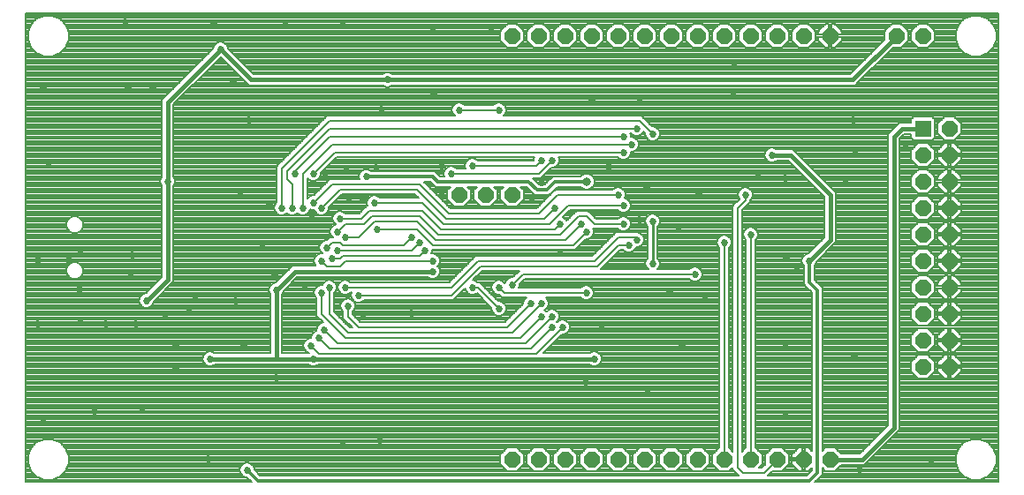
<source format=gbl>
G75*
G70*
%OFA0B0*%
%FSLAX24Y24*%
%IPPOS*%
%LPD*%
%AMOC8*
5,1,8,0,0,1.08239X$1,22.5*
%
%ADD10R,0.0600X0.0600*%
%ADD11OC8,0.0600*%
%ADD12C,0.0080*%
%ADD13C,0.0270*%
%ADD14C,0.0100*%
%ADD15C,0.0320*%
%ADD16C,0.0120*%
%ADD17C,0.0150*%
D10*
X034454Y013702D03*
D11*
X035454Y013702D03*
X035454Y012702D03*
X034454Y012702D03*
X034454Y011702D03*
X035454Y011702D03*
X035454Y010702D03*
X034454Y010702D03*
X034454Y009702D03*
X035454Y009702D03*
X035454Y008702D03*
X034454Y008702D03*
X034454Y007702D03*
X035454Y007702D03*
X035454Y006702D03*
X034454Y006702D03*
X034454Y005702D03*
X035454Y005702D03*
X035454Y004702D03*
X034454Y004702D03*
X030954Y001202D03*
X029954Y001202D03*
X028954Y001202D03*
X027954Y001202D03*
X026954Y001202D03*
X025954Y001202D03*
X024954Y001202D03*
X023954Y001202D03*
X022954Y001202D03*
X021954Y001202D03*
X020954Y001202D03*
X019954Y001202D03*
X018954Y001202D03*
X018954Y011202D03*
X017954Y011202D03*
X016954Y011202D03*
X018954Y017202D03*
X019954Y017202D03*
X020954Y017202D03*
X021954Y017202D03*
X022954Y017202D03*
X023954Y017202D03*
X024954Y017202D03*
X025954Y017202D03*
X026954Y017202D03*
X027954Y017202D03*
X028954Y017202D03*
X029954Y017202D03*
X030954Y017202D03*
X033454Y017202D03*
X034454Y017202D03*
D12*
X000594Y018062D02*
X000594Y000342D01*
X009131Y000342D01*
X008946Y000527D01*
X008899Y000527D01*
X008798Y000568D01*
X008720Y000646D01*
X008679Y000747D01*
X008679Y000856D01*
X008720Y000957D01*
X008798Y001035D01*
X008899Y001077D01*
X009008Y001077D01*
X009109Y001035D01*
X009187Y000957D01*
X009229Y000856D01*
X009229Y000809D01*
X009436Y000602D01*
X027499Y000602D01*
X027379Y000722D01*
X027274Y000827D01*
X027274Y000899D01*
X027136Y000762D01*
X026771Y000762D01*
X026514Y001019D01*
X026514Y001384D01*
X026771Y001642D01*
X026774Y001642D01*
X026774Y009193D01*
X026720Y009246D01*
X026679Y009347D01*
X026679Y009456D01*
X026720Y009557D01*
X026798Y009635D01*
X026899Y009677D01*
X027008Y009677D01*
X027109Y009635D01*
X027187Y009557D01*
X027229Y009456D01*
X027229Y009347D01*
X027187Y009246D01*
X027134Y009193D01*
X027134Y001642D01*
X027136Y001642D01*
X027274Y001504D01*
X027274Y010627D01*
X027274Y010776D01*
X027532Y011034D01*
X027520Y011046D01*
X027479Y011147D01*
X027479Y011256D01*
X027520Y011357D01*
X027598Y011435D01*
X027699Y011477D01*
X027808Y011477D01*
X027909Y011435D01*
X027987Y011357D01*
X028029Y011256D01*
X028029Y011147D01*
X027987Y011046D01*
X027934Y010993D01*
X027934Y010927D01*
X027828Y010822D01*
X027634Y010627D01*
X027634Y001504D01*
X027771Y001642D01*
X027774Y001642D01*
X027774Y009493D01*
X027720Y009546D01*
X027679Y009647D01*
X027679Y009756D01*
X027720Y009857D01*
X027798Y009935D01*
X027899Y009977D01*
X028008Y009977D01*
X028109Y009935D01*
X028187Y009857D01*
X028229Y009756D01*
X028229Y009647D01*
X028187Y009546D01*
X028134Y009493D01*
X028134Y001642D01*
X028136Y001642D01*
X028394Y001384D01*
X028394Y001019D01*
X028256Y000882D01*
X028379Y000882D01*
X028515Y001018D01*
X028514Y001019D01*
X028514Y001384D01*
X028771Y001642D01*
X029136Y001642D01*
X029394Y001384D01*
X029394Y001019D01*
X029136Y000762D01*
X028771Y000762D01*
X028770Y000763D01*
X028634Y000627D01*
X028608Y000602D01*
X030071Y000602D01*
X030254Y000784D01*
X030254Y000879D01*
X030136Y000762D01*
X029993Y000762D01*
X029993Y001161D01*
X029914Y001161D01*
X029914Y000762D01*
X029771Y000762D01*
X029514Y001019D01*
X029514Y001162D01*
X029913Y001162D01*
X029913Y001241D01*
X029514Y001241D01*
X029514Y001384D01*
X029771Y001642D01*
X029914Y001642D01*
X029914Y001242D01*
X029993Y001242D01*
X029993Y001642D01*
X030136Y001642D01*
X030254Y001524D01*
X030254Y007519D01*
X030071Y007702D01*
X029954Y007819D01*
X029954Y008513D01*
X029920Y008546D01*
X029879Y008647D01*
X029879Y008756D01*
X029920Y008857D01*
X029998Y008935D01*
X030099Y008977D01*
X030124Y008977D01*
X030739Y009591D01*
X030739Y011112D01*
X029364Y012487D01*
X028927Y012487D01*
X028909Y012468D01*
X028808Y012427D01*
X028699Y012427D01*
X028598Y012468D01*
X028520Y012546D01*
X028479Y012647D01*
X028479Y012756D01*
X028520Y012857D01*
X028598Y012935D01*
X028699Y012977D01*
X028808Y012977D01*
X028909Y012935D01*
X028927Y012917D01*
X029543Y012917D01*
X029669Y012791D01*
X031169Y011291D01*
X031169Y011112D01*
X031169Y009412D01*
X031043Y009287D01*
X031043Y009287D01*
X030429Y008673D01*
X030429Y008647D01*
X030387Y008546D01*
X030354Y008513D01*
X030354Y007984D01*
X030654Y007684D01*
X030654Y007519D01*
X030654Y001524D01*
X030771Y001642D01*
X031136Y001642D01*
X031361Y001417D01*
X032064Y001417D01*
X033139Y002491D01*
X033139Y013312D01*
X033139Y013491D01*
X033439Y013791D01*
X033564Y013917D01*
X034014Y013917D01*
X034014Y014060D01*
X034096Y014142D01*
X034812Y014142D01*
X034894Y014060D01*
X034894Y013344D01*
X034812Y013262D01*
X034096Y013262D01*
X034014Y013344D01*
X034014Y013487D01*
X033743Y013487D01*
X033569Y013312D01*
X033569Y002312D01*
X033443Y002187D01*
X032243Y000987D01*
X035709Y000987D01*
X035684Y001048D02*
X035801Y000765D01*
X036017Y000549D01*
X036300Y000432D01*
X036607Y000432D01*
X036890Y000549D01*
X037106Y000765D01*
X037223Y001048D01*
X037223Y001355D01*
X037106Y001638D01*
X036890Y001854D01*
X036607Y001971D01*
X036300Y001971D01*
X036017Y001854D01*
X035801Y001638D01*
X035684Y001355D01*
X035684Y001048D01*
X035684Y001066D02*
X032322Y001066D01*
X032400Y001144D02*
X035684Y001144D01*
X035684Y001223D02*
X032479Y001223D01*
X032557Y001301D02*
X035684Y001301D01*
X035694Y001380D02*
X032636Y001380D01*
X032714Y001458D02*
X035727Y001458D01*
X035759Y001537D02*
X032793Y001537D01*
X032871Y001615D02*
X035792Y001615D01*
X035857Y001694D02*
X032950Y001694D01*
X033028Y001772D02*
X035936Y001772D01*
X036014Y001851D02*
X033107Y001851D01*
X033186Y001930D02*
X036199Y001930D01*
X036708Y001930D02*
X037314Y001930D01*
X037314Y002008D02*
X033264Y002008D01*
X033343Y002087D02*
X037314Y002087D01*
X037314Y002165D02*
X033421Y002165D01*
X033500Y002244D02*
X037314Y002244D01*
X037314Y002322D02*
X033569Y002322D01*
X033569Y002401D02*
X037314Y002401D01*
X037314Y002479D02*
X033569Y002479D01*
X033569Y002558D02*
X037314Y002558D01*
X037314Y002636D02*
X033569Y002636D01*
X033569Y002715D02*
X037314Y002715D01*
X037314Y002794D02*
X033569Y002794D01*
X033569Y002872D02*
X037314Y002872D01*
X037314Y002951D02*
X033569Y002951D01*
X033569Y003029D02*
X037314Y003029D01*
X037314Y003108D02*
X033569Y003108D01*
X033569Y003186D02*
X037314Y003186D01*
X037314Y003265D02*
X033569Y003265D01*
X033569Y003343D02*
X037314Y003343D01*
X037314Y003422D02*
X033569Y003422D01*
X033569Y003500D02*
X037314Y003500D01*
X037314Y003579D02*
X033569Y003579D01*
X033569Y003657D02*
X037314Y003657D01*
X037314Y003736D02*
X033569Y003736D01*
X033569Y003815D02*
X037314Y003815D01*
X037314Y003893D02*
X033569Y003893D01*
X033569Y003972D02*
X037314Y003972D01*
X037314Y004050D02*
X033569Y004050D01*
X033569Y004129D02*
X037314Y004129D01*
X037314Y004207D02*
X033569Y004207D01*
X033569Y004286D02*
X034247Y004286D01*
X034271Y004262D02*
X034636Y004262D01*
X034894Y004519D01*
X034894Y004884D01*
X034636Y005142D01*
X034271Y005142D01*
X034014Y004884D01*
X034014Y004519D01*
X034271Y004262D01*
X034169Y004364D02*
X033569Y004364D01*
X033569Y004443D02*
X034090Y004443D01*
X034014Y004521D02*
X033569Y004521D01*
X033569Y004600D02*
X034014Y004600D01*
X034014Y004679D02*
X033569Y004679D01*
X033569Y004757D02*
X034014Y004757D01*
X034014Y004836D02*
X033569Y004836D01*
X033569Y004914D02*
X034044Y004914D01*
X034122Y004993D02*
X033569Y004993D01*
X033569Y005071D02*
X034201Y005071D01*
X034271Y005262D02*
X034636Y005262D01*
X034894Y005519D01*
X034894Y005884D01*
X034636Y006142D01*
X034271Y006142D01*
X034014Y005884D01*
X034014Y005519D01*
X034271Y005262D01*
X034226Y005307D02*
X033569Y005307D01*
X033569Y005385D02*
X034147Y005385D01*
X034069Y005464D02*
X033569Y005464D01*
X033569Y005543D02*
X034014Y005543D01*
X034014Y005621D02*
X033569Y005621D01*
X033569Y005700D02*
X034014Y005700D01*
X034014Y005778D02*
X033569Y005778D01*
X033569Y005857D02*
X034014Y005857D01*
X034065Y005935D02*
X033569Y005935D01*
X033569Y006014D02*
X034144Y006014D01*
X034222Y006092D02*
X033569Y006092D01*
X033569Y006171D02*
X037314Y006171D01*
X037314Y006249D02*
X033569Y006249D01*
X033569Y006328D02*
X034205Y006328D01*
X034271Y006262D02*
X034014Y006519D01*
X034014Y006884D01*
X034271Y007142D01*
X034636Y007142D01*
X034894Y006884D01*
X034894Y006519D01*
X034636Y006262D01*
X034271Y006262D01*
X034126Y006406D02*
X033569Y006406D01*
X033569Y006485D02*
X034048Y006485D01*
X034014Y006564D02*
X033569Y006564D01*
X033569Y006642D02*
X034014Y006642D01*
X034014Y006721D02*
X033569Y006721D01*
X033569Y006799D02*
X034014Y006799D01*
X034014Y006878D02*
X033569Y006878D01*
X033569Y006956D02*
X034086Y006956D01*
X034165Y007035D02*
X033569Y007035D01*
X033569Y007113D02*
X034243Y007113D01*
X034271Y007262D02*
X034636Y007262D01*
X034894Y007519D01*
X034894Y007884D01*
X034636Y008142D01*
X034271Y008142D01*
X034014Y007884D01*
X034014Y007519D01*
X034271Y007262D01*
X034262Y007270D02*
X033569Y007270D01*
X033569Y007192D02*
X037314Y007192D01*
X037314Y007270D02*
X035645Y007270D01*
X035636Y007262D02*
X035894Y007519D01*
X035894Y007662D01*
X035494Y007662D01*
X035494Y007741D01*
X035894Y007741D01*
X035894Y007884D01*
X035636Y008142D01*
X035493Y008142D01*
X035493Y007742D01*
X035414Y007742D01*
X035414Y008142D01*
X035271Y008142D01*
X035014Y007884D01*
X035014Y007741D01*
X035413Y007741D01*
X035413Y007662D01*
X035014Y007662D01*
X035014Y007519D01*
X035271Y007262D01*
X035414Y007262D01*
X035414Y007661D01*
X035493Y007661D01*
X035493Y007262D01*
X035636Y007262D01*
X035636Y007142D02*
X035493Y007142D01*
X035493Y006742D01*
X035414Y006742D01*
X035414Y007142D01*
X035271Y007142D01*
X035014Y006884D01*
X035014Y006741D01*
X035413Y006741D01*
X035413Y006662D01*
X035014Y006662D01*
X035014Y006519D01*
X035271Y006262D01*
X035414Y006262D01*
X035414Y006661D01*
X035493Y006661D01*
X035493Y006262D01*
X035636Y006262D01*
X035894Y006519D01*
X035894Y006662D01*
X035494Y006662D01*
X035494Y006741D01*
X035894Y006741D01*
X035894Y006884D01*
X035636Y007142D01*
X035664Y007113D02*
X037314Y007113D01*
X037314Y007035D02*
X035742Y007035D01*
X035821Y006956D02*
X037314Y006956D01*
X037314Y006878D02*
X035894Y006878D01*
X035894Y006799D02*
X037314Y006799D01*
X037314Y006721D02*
X035494Y006721D01*
X035493Y006799D02*
X035414Y006799D01*
X035413Y006721D02*
X034894Y006721D01*
X034894Y006799D02*
X035014Y006799D01*
X035014Y006878D02*
X034894Y006878D01*
X034821Y006956D02*
X035086Y006956D01*
X035165Y007035D02*
X034742Y007035D01*
X034664Y007113D02*
X035243Y007113D01*
X035262Y007270D02*
X034645Y007270D01*
X034723Y007349D02*
X035184Y007349D01*
X035105Y007428D02*
X034802Y007428D01*
X034880Y007506D02*
X035027Y007506D01*
X035014Y007585D02*
X034894Y007585D01*
X034894Y007663D02*
X035413Y007663D01*
X035414Y007585D02*
X035493Y007585D01*
X035494Y007663D02*
X037314Y007663D01*
X037314Y007585D02*
X035894Y007585D01*
X035880Y007506D02*
X037314Y007506D01*
X037314Y007428D02*
X035802Y007428D01*
X035723Y007349D02*
X037314Y007349D01*
X037314Y007742D02*
X035894Y007742D01*
X035894Y007820D02*
X037314Y007820D01*
X037314Y007899D02*
X035878Y007899D01*
X035800Y007977D02*
X037314Y007977D01*
X037314Y008056D02*
X035721Y008056D01*
X035643Y008134D02*
X037314Y008134D01*
X037314Y008213D02*
X033569Y008213D01*
X033569Y008134D02*
X034264Y008134D01*
X034186Y008056D02*
X033569Y008056D01*
X033569Y007977D02*
X034107Y007977D01*
X034029Y007899D02*
X033569Y007899D01*
X033569Y007820D02*
X034014Y007820D01*
X034014Y007742D02*
X033569Y007742D01*
X033569Y007663D02*
X034014Y007663D01*
X034014Y007585D02*
X033569Y007585D01*
X033569Y007506D02*
X034027Y007506D01*
X034105Y007428D02*
X033569Y007428D01*
X033569Y007349D02*
X034184Y007349D01*
X034894Y007742D02*
X035014Y007742D01*
X035014Y007820D02*
X034894Y007820D01*
X034878Y007899D02*
X035029Y007899D01*
X035107Y007977D02*
X034800Y007977D01*
X034721Y008056D02*
X035186Y008056D01*
X035264Y008134D02*
X034643Y008134D01*
X034636Y008262D02*
X034271Y008262D01*
X034014Y008519D01*
X034014Y008884D01*
X034271Y009142D01*
X034636Y009142D01*
X034894Y008884D01*
X034894Y008519D01*
X034636Y008262D01*
X034666Y008292D02*
X035241Y008292D01*
X035271Y008262D02*
X035014Y008519D01*
X035014Y008662D01*
X035413Y008662D01*
X035413Y008741D01*
X035014Y008741D01*
X035014Y008884D01*
X035271Y009142D01*
X035414Y009142D01*
X035414Y008742D01*
X035493Y008742D01*
X035493Y009142D01*
X035636Y009142D01*
X035894Y008884D01*
X035894Y008741D01*
X035494Y008741D01*
X035494Y008662D01*
X035894Y008662D01*
X035894Y008519D01*
X035636Y008262D01*
X035493Y008262D01*
X035493Y008661D01*
X035414Y008661D01*
X035414Y008262D01*
X035271Y008262D01*
X035414Y008292D02*
X035493Y008292D01*
X035493Y008370D02*
X035414Y008370D01*
X035414Y008449D02*
X035493Y008449D01*
X035493Y008527D02*
X035414Y008527D01*
X035414Y008606D02*
X035493Y008606D01*
X035494Y008684D02*
X037314Y008684D01*
X037314Y008606D02*
X035894Y008606D01*
X035894Y008527D02*
X037314Y008527D01*
X037314Y008449D02*
X035823Y008449D01*
X035744Y008370D02*
X037314Y008370D01*
X037314Y008292D02*
X035666Y008292D01*
X035493Y008134D02*
X035414Y008134D01*
X035414Y008056D02*
X035493Y008056D01*
X035493Y007977D02*
X035414Y007977D01*
X035414Y007899D02*
X035493Y007899D01*
X035493Y007820D02*
X035414Y007820D01*
X035414Y007742D02*
X035493Y007742D01*
X035493Y007506D02*
X035414Y007506D01*
X035414Y007428D02*
X035493Y007428D01*
X035493Y007349D02*
X035414Y007349D01*
X035414Y007270D02*
X035493Y007270D01*
X035493Y007113D02*
X035414Y007113D01*
X035414Y007035D02*
X035493Y007035D01*
X035493Y006956D02*
X035414Y006956D01*
X035414Y006878D02*
X035493Y006878D01*
X035493Y006642D02*
X035414Y006642D01*
X035414Y006564D02*
X035493Y006564D01*
X035493Y006485D02*
X035414Y006485D01*
X035414Y006406D02*
X035493Y006406D01*
X035493Y006328D02*
X035414Y006328D01*
X035414Y006142D02*
X035271Y006142D01*
X035014Y005884D01*
X035014Y005741D01*
X035413Y005741D01*
X035413Y005662D01*
X035014Y005662D01*
X035014Y005519D01*
X035271Y005262D01*
X035414Y005262D01*
X035414Y005661D01*
X035493Y005661D01*
X035493Y005262D01*
X035636Y005262D01*
X035894Y005519D01*
X035894Y005662D01*
X035494Y005662D01*
X035494Y005741D01*
X035894Y005741D01*
X035894Y005884D01*
X035636Y006142D01*
X035493Y006142D01*
X035493Y005742D01*
X035414Y005742D01*
X035414Y006142D01*
X035414Y006092D02*
X035493Y006092D01*
X035493Y006014D02*
X035414Y006014D01*
X035414Y005935D02*
X035493Y005935D01*
X035493Y005857D02*
X035414Y005857D01*
X035414Y005778D02*
X035493Y005778D01*
X035494Y005700D02*
X037314Y005700D01*
X037314Y005778D02*
X035894Y005778D01*
X035894Y005857D02*
X037314Y005857D01*
X037314Y005935D02*
X035842Y005935D01*
X035764Y006014D02*
X037314Y006014D01*
X037314Y006092D02*
X035685Y006092D01*
X035702Y006328D02*
X037314Y006328D01*
X037314Y006406D02*
X035781Y006406D01*
X035859Y006485D02*
X037314Y006485D01*
X037314Y006564D02*
X035894Y006564D01*
X035894Y006642D02*
X037314Y006642D01*
X037314Y005621D02*
X035894Y005621D01*
X035894Y005543D02*
X037314Y005543D01*
X037314Y005464D02*
X035838Y005464D01*
X035760Y005385D02*
X037314Y005385D01*
X037314Y005307D02*
X035681Y005307D01*
X035636Y005142D02*
X035493Y005142D01*
X035493Y004742D01*
X035414Y004742D01*
X035414Y005142D01*
X035271Y005142D01*
X035014Y004884D01*
X035014Y004741D01*
X035413Y004741D01*
X035413Y004662D01*
X035014Y004662D01*
X035014Y004519D01*
X035271Y004262D01*
X035414Y004262D01*
X035414Y004661D01*
X035493Y004661D01*
X035493Y004262D01*
X035636Y004262D01*
X035894Y004519D01*
X035894Y004662D01*
X035494Y004662D01*
X035494Y004741D01*
X035894Y004741D01*
X035894Y004884D01*
X035636Y005142D01*
X035706Y005071D02*
X037314Y005071D01*
X037314Y004993D02*
X035785Y004993D01*
X035863Y004914D02*
X037314Y004914D01*
X037314Y004836D02*
X035894Y004836D01*
X035894Y004757D02*
X037314Y004757D01*
X037314Y004679D02*
X035494Y004679D01*
X035493Y004757D02*
X035414Y004757D01*
X035413Y004679D02*
X034894Y004679D01*
X034894Y004757D02*
X035014Y004757D01*
X035014Y004836D02*
X034894Y004836D01*
X034863Y004914D02*
X035044Y004914D01*
X035122Y004993D02*
X034785Y004993D01*
X034706Y005071D02*
X035201Y005071D01*
X035414Y005071D02*
X035493Y005071D01*
X035493Y004993D02*
X035414Y004993D01*
X035414Y004914D02*
X035493Y004914D01*
X035493Y004836D02*
X035414Y004836D01*
X035414Y004600D02*
X035493Y004600D01*
X035493Y004521D02*
X035414Y004521D01*
X035414Y004443D02*
X035493Y004443D01*
X035493Y004364D02*
X035414Y004364D01*
X035414Y004286D02*
X035493Y004286D01*
X035660Y004286D02*
X037314Y004286D01*
X037314Y004364D02*
X035739Y004364D01*
X035817Y004443D02*
X037314Y004443D01*
X037314Y004521D02*
X035894Y004521D01*
X035894Y004600D02*
X037314Y004600D01*
X037314Y005150D02*
X033569Y005150D01*
X033569Y005228D02*
X037314Y005228D01*
X035493Y005307D02*
X035414Y005307D01*
X035414Y005385D02*
X035493Y005385D01*
X035493Y005464D02*
X035414Y005464D01*
X035414Y005543D02*
X035493Y005543D01*
X035493Y005621D02*
X035414Y005621D01*
X035413Y005700D02*
X034894Y005700D01*
X034894Y005778D02*
X035014Y005778D01*
X035014Y005857D02*
X034894Y005857D01*
X034842Y005935D02*
X035065Y005935D01*
X035144Y006014D02*
X034764Y006014D01*
X034685Y006092D02*
X035222Y006092D01*
X035205Y006328D02*
X034702Y006328D01*
X034781Y006406D02*
X035126Y006406D01*
X035048Y006485D02*
X034859Y006485D01*
X034894Y006564D02*
X035014Y006564D01*
X035014Y006642D02*
X034894Y006642D01*
X033139Y006642D02*
X030654Y006642D01*
X030654Y006564D02*
X033139Y006564D01*
X033139Y006485D02*
X030654Y006485D01*
X030654Y006406D02*
X033139Y006406D01*
X033139Y006328D02*
X030654Y006328D01*
X030654Y006249D02*
X033139Y006249D01*
X033139Y006171D02*
X030654Y006171D01*
X030654Y006092D02*
X033139Y006092D01*
X033139Y006014D02*
X030654Y006014D01*
X030654Y005935D02*
X033139Y005935D01*
X033139Y005857D02*
X030654Y005857D01*
X030654Y005778D02*
X033139Y005778D01*
X033139Y005700D02*
X030654Y005700D01*
X030654Y005621D02*
X033139Y005621D01*
X033139Y005543D02*
X030654Y005543D01*
X030654Y005464D02*
X033139Y005464D01*
X033139Y005385D02*
X030654Y005385D01*
X030654Y005307D02*
X033139Y005307D01*
X033139Y005228D02*
X030654Y005228D01*
X030654Y005150D02*
X033139Y005150D01*
X033139Y005071D02*
X030654Y005071D01*
X030654Y004993D02*
X033139Y004993D01*
X033139Y004914D02*
X030654Y004914D01*
X030654Y004836D02*
X033139Y004836D01*
X033139Y004757D02*
X030654Y004757D01*
X030654Y004679D02*
X033139Y004679D01*
X033139Y004600D02*
X030654Y004600D01*
X030654Y004521D02*
X033139Y004521D01*
X033139Y004443D02*
X030654Y004443D01*
X030654Y004364D02*
X033139Y004364D01*
X033139Y004286D02*
X030654Y004286D01*
X030654Y004207D02*
X033139Y004207D01*
X033139Y004129D02*
X030654Y004129D01*
X030654Y004050D02*
X033139Y004050D01*
X033139Y003972D02*
X030654Y003972D01*
X030654Y003893D02*
X033139Y003893D01*
X033139Y003815D02*
X030654Y003815D01*
X030654Y003736D02*
X033139Y003736D01*
X033139Y003657D02*
X030654Y003657D01*
X030654Y003579D02*
X033139Y003579D01*
X033139Y003500D02*
X030654Y003500D01*
X030654Y003422D02*
X033139Y003422D01*
X033139Y003343D02*
X030654Y003343D01*
X030654Y003265D02*
X033139Y003265D01*
X033139Y003186D02*
X030654Y003186D01*
X030654Y003108D02*
X033139Y003108D01*
X033139Y003029D02*
X030654Y003029D01*
X030654Y002951D02*
X033139Y002951D01*
X033139Y002872D02*
X030654Y002872D01*
X030654Y002794D02*
X033139Y002794D01*
X033139Y002715D02*
X030654Y002715D01*
X030654Y002636D02*
X033139Y002636D01*
X033139Y002558D02*
X030654Y002558D01*
X030654Y002479D02*
X033127Y002479D01*
X033049Y002401D02*
X030654Y002401D01*
X030654Y002322D02*
X032970Y002322D01*
X032892Y002244D02*
X030654Y002244D01*
X030654Y002165D02*
X032813Y002165D01*
X032735Y002087D02*
X030654Y002087D01*
X030654Y002008D02*
X032656Y002008D01*
X032577Y001930D02*
X030654Y001930D01*
X030654Y001851D02*
X032499Y001851D01*
X032420Y001772D02*
X030654Y001772D01*
X030654Y001694D02*
X032342Y001694D01*
X032263Y001615D02*
X031162Y001615D01*
X031240Y001537D02*
X032185Y001537D01*
X032106Y001458D02*
X031319Y001458D01*
X031361Y000987D02*
X032064Y000987D01*
X032243Y000987D01*
X031361Y000987D02*
X031136Y000762D01*
X030771Y000762D01*
X030654Y000879D01*
X030654Y000619D01*
X030536Y000502D01*
X030376Y000342D01*
X037314Y000342D01*
X037314Y018062D01*
X000594Y018062D01*
X000594Y018031D02*
X037314Y018031D01*
X037314Y017952D02*
X036653Y017952D01*
X036607Y017971D02*
X036300Y017971D01*
X036017Y017854D01*
X035801Y017638D01*
X035684Y017355D01*
X035684Y017048D01*
X035801Y016765D01*
X036017Y016549D01*
X036300Y016432D01*
X036607Y016432D01*
X036890Y016549D01*
X037106Y016765D01*
X037223Y017048D01*
X037223Y017355D01*
X037106Y017638D01*
X037314Y017638D01*
X037314Y017560D02*
X037139Y017560D01*
X037106Y017638D02*
X036890Y017854D01*
X036607Y017971D01*
X036842Y017874D02*
X037314Y017874D01*
X037314Y017795D02*
X036949Y017795D01*
X037027Y017717D02*
X037314Y017717D01*
X037314Y017481D02*
X037171Y017481D01*
X037204Y017403D02*
X037314Y017403D01*
X037314Y017324D02*
X037223Y017324D01*
X037223Y017245D02*
X037314Y017245D01*
X037314Y017167D02*
X037223Y017167D01*
X037223Y017088D02*
X037314Y017088D01*
X037314Y017010D02*
X037207Y017010D01*
X037175Y016931D02*
X037314Y016931D01*
X037314Y016853D02*
X037142Y016853D01*
X037110Y016774D02*
X037314Y016774D01*
X037314Y016696D02*
X037036Y016696D01*
X036958Y016617D02*
X037314Y016617D01*
X037314Y016539D02*
X036865Y016539D01*
X036675Y016460D02*
X037314Y016460D01*
X037314Y016381D02*
X032938Y016381D01*
X032859Y016303D02*
X037314Y016303D01*
X037314Y016224D02*
X032780Y016224D01*
X032702Y016146D02*
X037314Y016146D01*
X037314Y016067D02*
X032623Y016067D01*
X032545Y015989D02*
X037314Y015989D01*
X037314Y015910D02*
X032466Y015910D01*
X032388Y015832D02*
X037314Y015832D01*
X037314Y015753D02*
X032309Y015753D01*
X032231Y015675D02*
X037314Y015675D01*
X037314Y015596D02*
X032152Y015596D01*
X032074Y015518D02*
X037314Y015518D01*
X037314Y015439D02*
X031995Y015439D01*
X032011Y015455D02*
X033318Y016762D01*
X033636Y016762D01*
X033894Y017019D01*
X033894Y017384D01*
X033636Y017642D01*
X033271Y017642D01*
X033014Y017384D01*
X033014Y017066D01*
X031707Y015759D01*
X014427Y015759D01*
X014409Y015777D01*
X014308Y015819D01*
X014199Y015819D01*
X014098Y015777D01*
X014080Y015759D01*
X009200Y015759D01*
X008229Y016731D01*
X008229Y016756D01*
X008187Y016857D01*
X008109Y016935D01*
X008008Y016977D01*
X007899Y016977D01*
X007798Y016935D01*
X007720Y016857D01*
X007679Y016756D01*
X007679Y016731D01*
X005739Y014791D01*
X005739Y014612D01*
X005739Y011875D01*
X005720Y011857D01*
X005679Y011756D01*
X005679Y011647D01*
X005720Y011546D01*
X005739Y011528D01*
X005739Y008091D01*
X005124Y007477D01*
X005099Y007477D01*
X004998Y007435D01*
X004920Y007357D01*
X004879Y007256D01*
X004879Y007147D01*
X004920Y007046D01*
X004998Y006968D01*
X005099Y006927D01*
X005208Y006927D01*
X005309Y006968D01*
X005387Y007046D01*
X005429Y007147D01*
X005429Y007172D01*
X006169Y007912D01*
X006169Y008091D01*
X006169Y011528D01*
X006187Y011546D01*
X006229Y011647D01*
X006229Y011756D01*
X006187Y011857D01*
X006169Y011875D01*
X006169Y014612D01*
X007954Y016398D01*
X008896Y015455D01*
X009022Y015329D01*
X014080Y015329D01*
X014098Y015311D01*
X014199Y015269D01*
X014308Y015269D01*
X014409Y015311D01*
X014427Y015329D01*
X031885Y015329D01*
X032011Y015455D01*
X031916Y015360D02*
X037314Y015360D01*
X037314Y015282D02*
X014339Y015282D01*
X014168Y015282D02*
X006838Y015282D01*
X006916Y015360D02*
X008991Y015360D01*
X008912Y015439D02*
X006995Y015439D01*
X007074Y015518D02*
X008834Y015518D01*
X008755Y015596D02*
X007152Y015596D01*
X007231Y015675D02*
X008676Y015675D01*
X008598Y015753D02*
X007309Y015753D01*
X007388Y015832D02*
X008519Y015832D01*
X008441Y015910D02*
X007466Y015910D01*
X007545Y015989D02*
X008362Y015989D01*
X008284Y016067D02*
X007623Y016067D01*
X007702Y016146D02*
X008205Y016146D01*
X008127Y016224D02*
X007780Y016224D01*
X007859Y016303D02*
X008048Y016303D01*
X007970Y016381D02*
X007938Y016381D01*
X007565Y016617D02*
X001958Y016617D01*
X001890Y016549D02*
X002106Y016765D01*
X002223Y017048D01*
X002223Y017355D01*
X002106Y017638D01*
X018768Y017638D01*
X018771Y017642D02*
X018514Y017384D01*
X018514Y017019D01*
X018771Y016762D01*
X019136Y016762D01*
X019394Y017019D01*
X019394Y017384D01*
X019136Y017642D01*
X018771Y017642D01*
X018689Y017560D02*
X002139Y017560D01*
X002106Y017638D02*
X001890Y017854D01*
X001607Y017971D01*
X001300Y017971D01*
X001017Y017854D01*
X000801Y017638D01*
X000684Y017355D01*
X000684Y017048D01*
X000801Y016765D01*
X001017Y016549D01*
X001300Y016432D01*
X001607Y016432D01*
X001890Y016549D01*
X001865Y016539D02*
X007486Y016539D01*
X007408Y016460D02*
X001675Y016460D01*
X002036Y016696D02*
X007644Y016696D01*
X007686Y016774D02*
X002110Y016774D01*
X002142Y016853D02*
X007719Y016853D01*
X007794Y016931D02*
X002175Y016931D01*
X002207Y017010D02*
X018523Y017010D01*
X018514Y017088D02*
X002223Y017088D01*
X002223Y017167D02*
X018514Y017167D01*
X018514Y017245D02*
X002223Y017245D01*
X002223Y017324D02*
X018514Y017324D01*
X018532Y017403D02*
X002204Y017403D01*
X002171Y017481D02*
X018611Y017481D01*
X019139Y017638D02*
X019768Y017638D01*
X019771Y017642D02*
X019514Y017384D01*
X019514Y017019D01*
X019771Y016762D01*
X020136Y016762D01*
X020394Y017019D01*
X020394Y017384D01*
X020136Y017642D01*
X019771Y017642D01*
X019689Y017560D02*
X019218Y017560D01*
X019296Y017481D02*
X019611Y017481D01*
X019532Y017403D02*
X019375Y017403D01*
X019394Y017324D02*
X019514Y017324D01*
X019514Y017245D02*
X019394Y017245D01*
X019394Y017167D02*
X019514Y017167D01*
X019514Y017088D02*
X019394Y017088D01*
X019384Y017010D02*
X019523Y017010D01*
X019602Y016931D02*
X019305Y016931D01*
X019227Y016853D02*
X019680Y016853D01*
X019759Y016774D02*
X019148Y016774D01*
X018759Y016774D02*
X008221Y016774D01*
X008189Y016853D02*
X018680Y016853D01*
X018602Y016931D02*
X008113Y016931D01*
X008263Y016696D02*
X032644Y016696D01*
X032722Y016774D02*
X031148Y016774D01*
X031136Y016762D02*
X031394Y017019D01*
X031394Y017162D01*
X030994Y017162D01*
X030994Y017241D01*
X031394Y017241D01*
X031394Y017384D01*
X031136Y017642D01*
X030993Y017642D01*
X030993Y017242D01*
X030914Y017242D01*
X030914Y017642D01*
X030771Y017642D01*
X030514Y017384D01*
X030514Y017241D01*
X030913Y017241D01*
X030913Y017162D01*
X030514Y017162D01*
X030514Y017019D01*
X030771Y016762D01*
X030914Y016762D01*
X030914Y017161D01*
X030993Y017161D01*
X030993Y016762D01*
X031136Y016762D01*
X031227Y016853D02*
X032801Y016853D01*
X032879Y016931D02*
X031305Y016931D01*
X031384Y017010D02*
X032958Y017010D01*
X033014Y017088D02*
X031394Y017088D01*
X031394Y017245D02*
X033014Y017245D01*
X033014Y017167D02*
X030994Y017167D01*
X030993Y017245D02*
X030914Y017245D01*
X030913Y017167D02*
X030394Y017167D01*
X030394Y017245D02*
X030514Y017245D01*
X030514Y017324D02*
X030394Y017324D01*
X030394Y017384D02*
X030394Y017019D01*
X030136Y016762D01*
X029771Y016762D01*
X029514Y017019D01*
X029514Y017384D01*
X029771Y017642D01*
X030136Y017642D01*
X030394Y017384D01*
X030375Y017403D02*
X030532Y017403D01*
X030611Y017481D02*
X030296Y017481D01*
X030218Y017560D02*
X030689Y017560D01*
X030768Y017638D02*
X030139Y017638D01*
X029768Y017638D02*
X029139Y017638D01*
X029136Y017642D02*
X028771Y017642D01*
X028514Y017384D01*
X028514Y017019D01*
X028771Y016762D01*
X029136Y016762D01*
X029394Y017019D01*
X029394Y017384D01*
X029136Y017642D01*
X029218Y017560D02*
X029689Y017560D01*
X029611Y017481D02*
X029296Y017481D01*
X029375Y017403D02*
X029532Y017403D01*
X029514Y017324D02*
X029394Y017324D01*
X029394Y017245D02*
X029514Y017245D01*
X029514Y017167D02*
X029394Y017167D01*
X029394Y017088D02*
X029514Y017088D01*
X029523Y017010D02*
X029384Y017010D01*
X029305Y016931D02*
X029602Y016931D01*
X029680Y016853D02*
X029227Y016853D01*
X029148Y016774D02*
X029759Y016774D01*
X030148Y016774D02*
X030759Y016774D01*
X030680Y016853D02*
X030227Y016853D01*
X030305Y016931D02*
X030602Y016931D01*
X030523Y017010D02*
X030384Y017010D01*
X030394Y017088D02*
X030514Y017088D01*
X030914Y017088D02*
X030993Y017088D01*
X030993Y017010D02*
X030914Y017010D01*
X030914Y016931D02*
X030993Y016931D01*
X030993Y016853D02*
X030914Y016853D01*
X030914Y016774D02*
X030993Y016774D01*
X030993Y017324D02*
X030914Y017324D01*
X030914Y017403D02*
X030993Y017403D01*
X030993Y017481D02*
X030914Y017481D01*
X030914Y017560D02*
X030993Y017560D01*
X030993Y017638D02*
X030914Y017638D01*
X031139Y017638D02*
X033268Y017638D01*
X033189Y017560D02*
X031218Y017560D01*
X031296Y017481D02*
X033111Y017481D01*
X033032Y017403D02*
X031375Y017403D01*
X031394Y017324D02*
X033014Y017324D01*
X033639Y017638D02*
X034268Y017638D01*
X034271Y017642D02*
X034014Y017384D01*
X034014Y017019D01*
X034271Y016762D01*
X034636Y016762D01*
X034894Y017019D01*
X034894Y017384D01*
X034636Y017642D01*
X034271Y017642D01*
X034189Y017560D02*
X033718Y017560D01*
X033796Y017481D02*
X034111Y017481D01*
X034032Y017403D02*
X033875Y017403D01*
X033894Y017324D02*
X034014Y017324D01*
X034014Y017245D02*
X033894Y017245D01*
X033894Y017167D02*
X034014Y017167D01*
X034014Y017088D02*
X033894Y017088D01*
X033884Y017010D02*
X034023Y017010D01*
X034102Y016931D02*
X033805Y016931D01*
X033727Y016853D02*
X034180Y016853D01*
X034259Y016774D02*
X033648Y016774D01*
X033252Y016696D02*
X035871Y016696D01*
X035797Y016774D02*
X034648Y016774D01*
X034727Y016853D02*
X035765Y016853D01*
X035732Y016931D02*
X034805Y016931D01*
X034884Y017010D02*
X035700Y017010D01*
X035684Y017088D02*
X034894Y017088D01*
X034894Y017167D02*
X035684Y017167D01*
X035684Y017245D02*
X034894Y017245D01*
X034894Y017324D02*
X035684Y017324D01*
X035703Y017403D02*
X034875Y017403D01*
X034796Y017481D02*
X035736Y017481D01*
X035769Y017560D02*
X034718Y017560D01*
X034639Y017638D02*
X035801Y017638D01*
X035880Y017717D02*
X002027Y017717D01*
X001949Y017795D02*
X035958Y017795D01*
X036065Y017874D02*
X001842Y017874D01*
X001653Y017952D02*
X036254Y017952D01*
X035949Y016617D02*
X033173Y016617D01*
X033095Y016539D02*
X036042Y016539D01*
X036232Y016460D02*
X033016Y016460D01*
X032565Y016617D02*
X008342Y016617D01*
X008421Y016539D02*
X032486Y016539D01*
X032408Y016460D02*
X008499Y016460D01*
X008578Y016381D02*
X032329Y016381D01*
X032251Y016303D02*
X008656Y016303D01*
X008735Y016224D02*
X032172Y016224D01*
X032094Y016146D02*
X008813Y016146D01*
X008892Y016067D02*
X032015Y016067D01*
X031937Y015989D02*
X008970Y015989D01*
X009049Y015910D02*
X031858Y015910D01*
X031780Y015832D02*
X009127Y015832D01*
X007329Y016381D02*
X000594Y016381D01*
X000594Y016303D02*
X007251Y016303D01*
X007172Y016224D02*
X000594Y016224D01*
X000594Y016146D02*
X007094Y016146D01*
X007015Y016067D02*
X000594Y016067D01*
X000594Y015989D02*
X006937Y015989D01*
X006858Y015910D02*
X000594Y015910D01*
X000594Y015832D02*
X006780Y015832D01*
X006701Y015753D02*
X000594Y015753D01*
X000594Y015675D02*
X006623Y015675D01*
X006544Y015596D02*
X000594Y015596D01*
X000594Y015518D02*
X006465Y015518D01*
X006387Y015439D02*
X000594Y015439D01*
X000594Y015360D02*
X006308Y015360D01*
X006230Y015282D02*
X000594Y015282D01*
X000594Y015203D02*
X006151Y015203D01*
X006073Y015125D02*
X000594Y015125D01*
X000594Y015046D02*
X005994Y015046D01*
X005916Y014968D02*
X000594Y014968D01*
X000594Y014889D02*
X005837Y014889D01*
X005759Y014811D02*
X000594Y014811D01*
X000594Y014732D02*
X005739Y014732D01*
X005739Y014654D02*
X000594Y014654D01*
X000594Y014575D02*
X005739Y014575D01*
X005739Y014496D02*
X000594Y014496D01*
X000594Y014418D02*
X005739Y014418D01*
X005739Y014339D02*
X000594Y014339D01*
X000594Y014261D02*
X005739Y014261D01*
X005739Y014182D02*
X000594Y014182D01*
X000594Y014104D02*
X005739Y014104D01*
X005739Y014025D02*
X000594Y014025D01*
X000594Y013947D02*
X005739Y013947D01*
X005739Y013868D02*
X000594Y013868D01*
X000594Y013790D02*
X005739Y013790D01*
X005739Y013711D02*
X000594Y013711D01*
X000594Y013632D02*
X005739Y013632D01*
X005739Y013554D02*
X000594Y013554D01*
X000594Y013475D02*
X005739Y013475D01*
X005739Y013397D02*
X000594Y013397D01*
X000594Y013318D02*
X005739Y013318D01*
X005739Y013240D02*
X000594Y013240D01*
X000594Y013161D02*
X005739Y013161D01*
X005739Y013083D02*
X000594Y013083D01*
X000594Y013004D02*
X005739Y013004D01*
X005739Y012926D02*
X000594Y012926D01*
X000594Y012847D02*
X005739Y012847D01*
X005739Y012769D02*
X000594Y012769D01*
X000594Y012690D02*
X005739Y012690D01*
X005739Y012611D02*
X000594Y012611D01*
X000594Y012533D02*
X005739Y012533D01*
X005739Y012454D02*
X000594Y012454D01*
X000594Y012376D02*
X005739Y012376D01*
X005739Y012297D02*
X000594Y012297D01*
X000594Y012219D02*
X005739Y012219D01*
X005739Y012140D02*
X000594Y012140D01*
X000594Y012062D02*
X005739Y012062D01*
X005739Y011983D02*
X000594Y011983D01*
X000594Y011905D02*
X005739Y011905D01*
X005707Y011826D02*
X000594Y011826D01*
X000594Y011747D02*
X005679Y011747D01*
X005679Y011669D02*
X000594Y011669D01*
X000594Y011590D02*
X005702Y011590D01*
X005739Y011512D02*
X000594Y011512D01*
X000594Y011433D02*
X005739Y011433D01*
X005739Y011355D02*
X000594Y011355D01*
X000594Y011276D02*
X005739Y011276D01*
X005739Y011198D02*
X000594Y011198D01*
X000594Y011119D02*
X005739Y011119D01*
X005739Y011041D02*
X000594Y011041D01*
X000594Y010962D02*
X005739Y010962D01*
X005739Y010883D02*
X000594Y010883D01*
X000594Y010805D02*
X005739Y010805D01*
X005739Y010726D02*
X000594Y010726D01*
X000594Y010648D02*
X005739Y010648D01*
X005739Y010569D02*
X000594Y010569D01*
X000594Y010491D02*
X005739Y010491D01*
X005739Y010412D02*
X000594Y010412D01*
X000594Y010334D02*
X002271Y010334D01*
X002274Y010337D02*
X002185Y010247D01*
X002136Y010131D01*
X002136Y010005D01*
X002185Y009888D01*
X002274Y009799D01*
X002390Y009751D01*
X002517Y009751D01*
X002633Y009799D01*
X002722Y009888D01*
X002771Y010005D01*
X002771Y010131D01*
X002722Y010247D01*
X002633Y010337D01*
X002517Y010385D01*
X002390Y010385D01*
X002274Y010337D01*
X002192Y010255D02*
X000594Y010255D01*
X000594Y010177D02*
X002155Y010177D01*
X002136Y010098D02*
X000594Y010098D01*
X000594Y010019D02*
X002136Y010019D01*
X002163Y009941D02*
X000594Y009941D01*
X000594Y009862D02*
X002210Y009862D01*
X002310Y009784D02*
X000594Y009784D01*
X000594Y009705D02*
X005739Y009705D01*
X005739Y009627D02*
X000594Y009627D01*
X000594Y009548D02*
X005739Y009548D01*
X005739Y009470D02*
X000594Y009470D01*
X000594Y009391D02*
X005739Y009391D01*
X005739Y009313D02*
X000594Y009313D01*
X000594Y009234D02*
X005739Y009234D01*
X005739Y009156D02*
X000594Y009156D01*
X000594Y009077D02*
X005739Y009077D01*
X005739Y008998D02*
X000594Y008998D01*
X000594Y008920D02*
X005739Y008920D01*
X005739Y008841D02*
X000594Y008841D01*
X000594Y008763D02*
X005739Y008763D01*
X005739Y008684D02*
X000594Y008684D01*
X000594Y008606D02*
X002277Y008606D01*
X002274Y008604D02*
X002185Y008515D01*
X002136Y008399D01*
X002136Y008272D01*
X002185Y008156D01*
X002274Y008067D01*
X002390Y008018D01*
X002517Y008018D01*
X002633Y008067D01*
X002722Y008156D01*
X002771Y008272D01*
X002771Y008399D01*
X002722Y008515D01*
X002633Y008604D01*
X002517Y008653D01*
X002390Y008653D01*
X002274Y008604D01*
X002197Y008527D02*
X000594Y008527D01*
X000594Y008449D02*
X002157Y008449D01*
X002136Y008370D02*
X000594Y008370D01*
X000594Y008292D02*
X002136Y008292D01*
X002161Y008213D02*
X000594Y008213D01*
X000594Y008134D02*
X002206Y008134D01*
X002300Y008056D02*
X000594Y008056D01*
X000594Y007977D02*
X005625Y007977D01*
X005547Y007899D02*
X000594Y007899D01*
X000594Y007820D02*
X005468Y007820D01*
X005390Y007742D02*
X000594Y007742D01*
X000594Y007663D02*
X005311Y007663D01*
X005233Y007585D02*
X000594Y007585D01*
X000594Y007506D02*
X005154Y007506D01*
X004991Y007428D02*
X000594Y007428D01*
X000594Y007349D02*
X004917Y007349D01*
X004884Y007270D02*
X000594Y007270D01*
X000594Y007192D02*
X004879Y007192D01*
X004892Y007113D02*
X000594Y007113D01*
X000594Y007035D02*
X004931Y007035D01*
X005027Y006956D02*
X000594Y006956D01*
X000594Y006878D02*
X009839Y006878D01*
X009839Y006956D02*
X005280Y006956D01*
X005376Y007035D02*
X009839Y007035D01*
X009839Y007113D02*
X005415Y007113D01*
X005448Y007192D02*
X009839Y007192D01*
X009839Y007270D02*
X005526Y007270D01*
X005605Y007349D02*
X009839Y007349D01*
X009839Y007428D02*
X005684Y007428D01*
X005762Y007506D02*
X009795Y007506D01*
X009779Y007547D02*
X009820Y007446D01*
X009839Y007428D01*
X009839Y005217D01*
X007727Y005217D01*
X007709Y005235D01*
X007608Y005277D01*
X007499Y005277D01*
X007398Y005235D01*
X007320Y005157D01*
X007279Y005056D01*
X007279Y004947D01*
X007320Y004846D01*
X007398Y004768D01*
X007499Y004727D01*
X007608Y004727D01*
X007709Y004768D01*
X007727Y004787D01*
X009964Y004787D01*
X010143Y004787D01*
X011280Y004787D01*
X011298Y004768D01*
X011399Y004727D01*
X011508Y004727D01*
X011609Y004768D01*
X011627Y004787D01*
X021880Y004787D01*
X021898Y004768D01*
X021999Y004727D01*
X022108Y004727D01*
X022209Y004768D01*
X022287Y004846D01*
X022329Y004947D01*
X022329Y005056D01*
X022287Y005157D01*
X022209Y005235D01*
X022108Y005277D01*
X021999Y005277D01*
X021898Y005235D01*
X021880Y005217D01*
X020123Y005217D01*
X020833Y005927D01*
X020908Y005927D01*
X021009Y005968D01*
X021087Y006046D01*
X021129Y006147D01*
X021129Y006256D01*
X021087Y006357D01*
X021009Y006435D01*
X020908Y006477D01*
X020799Y006477D01*
X020698Y006435D01*
X020654Y006390D01*
X020642Y006402D01*
X020687Y006446D01*
X020729Y006547D01*
X020729Y006656D01*
X020687Y006757D01*
X020609Y006835D01*
X020508Y006877D01*
X020399Y006877D01*
X020298Y006835D01*
X020254Y006790D01*
X020209Y006835D01*
X020169Y006852D01*
X020209Y006868D01*
X020287Y006946D01*
X020329Y007047D01*
X020329Y007156D01*
X020287Y007257D01*
X020222Y007322D01*
X021545Y007322D01*
X021598Y007268D01*
X021699Y007227D01*
X021808Y007227D01*
X021909Y007268D01*
X021987Y007346D01*
X022029Y007447D01*
X022029Y007556D01*
X021987Y007657D01*
X021909Y007735D01*
X021808Y007777D01*
X021699Y007777D01*
X021598Y007735D01*
X021545Y007682D01*
X019201Y007682D01*
X019229Y007747D01*
X019229Y007822D01*
X019428Y008022D01*
X025645Y008022D01*
X025698Y007968D01*
X025799Y007927D01*
X025908Y007927D01*
X026009Y007968D01*
X026087Y008046D01*
X026129Y008147D01*
X026129Y008256D01*
X026087Y008357D01*
X026009Y008435D01*
X025908Y008477D01*
X025799Y008477D01*
X025698Y008435D01*
X025645Y008382D01*
X024422Y008382D01*
X024487Y008446D01*
X024529Y008547D01*
X024529Y008656D01*
X024487Y008757D01*
X024444Y008800D01*
X024444Y010003D01*
X024487Y010046D01*
X024529Y010147D01*
X024529Y010256D01*
X024487Y010357D01*
X024409Y010435D01*
X024308Y010477D01*
X024199Y010477D01*
X024098Y010435D01*
X024020Y010357D01*
X023979Y010256D01*
X023979Y010147D01*
X024020Y010046D01*
X024064Y010003D01*
X024064Y008800D01*
X024020Y008757D01*
X023979Y008656D01*
X023979Y008547D01*
X024020Y008446D01*
X024085Y008382D01*
X022288Y008382D01*
X023028Y009122D01*
X023145Y009122D01*
X023198Y009068D01*
X023299Y009027D01*
X023408Y009027D01*
X023509Y009068D01*
X023587Y009146D01*
X023620Y009227D01*
X023708Y009227D01*
X023809Y009268D01*
X023887Y009346D01*
X023929Y009447D01*
X023929Y009556D01*
X023887Y009657D01*
X023809Y009735D01*
X023708Y009777D01*
X023633Y009777D01*
X023628Y009782D01*
X023479Y009782D01*
X022879Y009782D01*
X022774Y009676D01*
X021979Y008882D01*
X017579Y008882D01*
X017474Y008776D01*
X016579Y007882D01*
X012862Y007882D01*
X012809Y007935D01*
X012708Y007977D01*
X012599Y007977D01*
X012498Y007935D01*
X012420Y007857D01*
X012379Y007756D01*
X012379Y007647D01*
X012420Y007546D01*
X012498Y007468D01*
X012599Y007427D01*
X012708Y007427D01*
X012809Y007468D01*
X012862Y007522D01*
X012906Y007522D01*
X012879Y007456D01*
X012879Y007347D01*
X012920Y007246D01*
X012998Y007168D01*
X013099Y007127D01*
X013208Y007127D01*
X013309Y007168D01*
X013362Y007222D01*
X016579Y007222D01*
X016728Y007222D01*
X017179Y007672D01*
X017179Y007647D01*
X017220Y007546D01*
X017298Y007468D01*
X017399Y007427D01*
X017508Y007427D01*
X017609Y007468D01*
X017621Y007480D01*
X018179Y006922D01*
X018179Y006847D01*
X018220Y006746D01*
X018298Y006668D01*
X018399Y006627D01*
X018508Y006627D01*
X018609Y006668D01*
X018687Y006746D01*
X018729Y006847D01*
X018729Y006956D01*
X018687Y007057D01*
X018609Y007135D01*
X018508Y007177D01*
X018433Y007177D01*
X017728Y007882D01*
X017662Y007882D01*
X017609Y007935D01*
X017508Y007977D01*
X017483Y007977D01*
X017828Y008322D01*
X019219Y008322D01*
X018974Y008077D01*
X018899Y008077D01*
X018798Y008035D01*
X018720Y007957D01*
X018681Y007863D01*
X018609Y007935D01*
X018508Y007977D01*
X018399Y007977D01*
X018298Y007935D01*
X018220Y007857D01*
X018179Y007756D01*
X018179Y007647D01*
X018220Y007546D01*
X018298Y007468D01*
X018399Y007427D01*
X018474Y007427D01*
X018579Y007322D01*
X018728Y007322D01*
X019485Y007322D01*
X019420Y007257D01*
X019379Y007156D01*
X019379Y007081D01*
X018679Y006382D01*
X013228Y006382D01*
X012934Y006676D01*
X012934Y006793D01*
X012987Y006846D01*
X013029Y006947D01*
X013029Y007056D01*
X012987Y007157D01*
X012909Y007235D01*
X012808Y007277D01*
X012699Y007277D01*
X012598Y007235D01*
X012520Y007157D01*
X012479Y007056D01*
X012479Y006947D01*
X012520Y006846D01*
X012574Y006793D01*
X012574Y006676D01*
X012574Y006527D01*
X012919Y006182D01*
X012828Y006182D01*
X012234Y006776D01*
X012234Y007493D01*
X012287Y007546D01*
X012329Y007647D01*
X012329Y007756D01*
X012287Y007857D01*
X012209Y007935D01*
X012108Y007977D01*
X011999Y007977D01*
X011898Y007935D01*
X011820Y007857D01*
X011787Y007777D01*
X011699Y007777D01*
X011598Y007735D01*
X011520Y007657D01*
X011479Y007556D01*
X011479Y007447D01*
X011520Y007346D01*
X011574Y007293D01*
X011574Y006776D01*
X011574Y006627D01*
X011824Y006377D01*
X011799Y006377D01*
X011698Y006335D01*
X011620Y006257D01*
X011579Y006156D01*
X011579Y006068D01*
X011498Y006035D01*
X011420Y005957D01*
X011379Y005856D01*
X011379Y005777D01*
X011299Y005777D01*
X011198Y005735D01*
X011120Y005657D01*
X011079Y005556D01*
X011079Y005447D01*
X011120Y005346D01*
X011198Y005268D01*
X011292Y005229D01*
X011280Y005217D01*
X010269Y005217D01*
X010269Y007428D01*
X010287Y007446D01*
X010329Y007547D01*
X010329Y007572D01*
X010843Y008087D01*
X015780Y008087D01*
X015798Y008068D01*
X015899Y008027D01*
X016008Y008027D01*
X016109Y008068D01*
X016187Y008146D01*
X016229Y008247D01*
X016229Y008356D01*
X016187Y008457D01*
X016142Y008502D01*
X016187Y008546D01*
X016229Y008647D01*
X016229Y008756D01*
X016187Y008857D01*
X016109Y008935D01*
X016008Y008977D01*
X015899Y008977D01*
X015929Y009047D01*
X015929Y009122D01*
X016028Y009122D01*
X021179Y009122D01*
X021328Y009122D01*
X021733Y009527D01*
X021808Y009527D01*
X021909Y009568D01*
X021987Y009646D01*
X022029Y009747D01*
X022029Y009856D01*
X022001Y009922D01*
X022945Y009922D01*
X022998Y009868D01*
X023099Y009827D01*
X023208Y009827D01*
X023309Y009868D01*
X023387Y009946D01*
X023429Y010047D01*
X023429Y010156D01*
X023387Y010257D01*
X023309Y010335D01*
X023208Y010377D01*
X023099Y010377D01*
X022998Y010335D01*
X022945Y010282D01*
X022128Y010282D01*
X021934Y010476D01*
X021828Y010582D01*
X021528Y010582D01*
X021379Y010582D01*
X021007Y010209D01*
X020987Y010257D01*
X020909Y010335D01*
X020861Y010355D01*
X021128Y010622D01*
X022945Y010622D01*
X022998Y010568D01*
X023099Y010527D01*
X023208Y010527D01*
X023309Y010568D01*
X023387Y010646D01*
X023429Y010747D01*
X023429Y010856D01*
X023387Y010957D01*
X023309Y011035D01*
X023208Y011077D01*
X023199Y011077D01*
X023229Y011147D01*
X023229Y011256D01*
X023187Y011357D01*
X023109Y011435D01*
X023008Y011477D01*
X022899Y011477D01*
X022798Y011435D01*
X022745Y011382D01*
X020728Y011382D01*
X020579Y011382D01*
X019879Y010682D01*
X016628Y010682D01*
X015634Y011676D01*
X015620Y011689D01*
X015871Y011689D01*
X016058Y011502D01*
X016224Y011502D01*
X016631Y011502D01*
X016514Y011384D01*
X016514Y011019D01*
X016771Y010762D01*
X017136Y010762D01*
X017394Y011019D01*
X017394Y011384D01*
X017276Y011502D01*
X017631Y011502D01*
X017514Y011384D01*
X017514Y011019D01*
X017771Y010762D01*
X018136Y010762D01*
X018394Y011019D01*
X018394Y011384D01*
X018276Y011502D01*
X018631Y011502D01*
X018514Y011384D01*
X018514Y011019D01*
X018771Y010762D01*
X019136Y010762D01*
X019394Y011019D01*
X019394Y011384D01*
X019276Y011502D01*
X019496Y011502D01*
X019808Y011189D01*
X019974Y011189D01*
X020349Y011189D01*
X020466Y011306D01*
X020466Y011306D01*
X020661Y011502D01*
X021542Y011502D01*
X021596Y011447D01*
X021706Y011402D01*
X021826Y011402D01*
X021936Y011447D01*
X022020Y011532D01*
X022066Y011642D01*
X022066Y011761D01*
X022020Y011871D01*
X021936Y011956D01*
X021826Y012002D01*
X021706Y012002D01*
X021596Y011956D01*
X021542Y011902D01*
X020661Y011902D01*
X020496Y011902D01*
X020183Y011589D01*
X019974Y011589D01*
X019779Y011784D01*
X019741Y011822D01*
X019879Y011822D01*
X020028Y011822D01*
X020433Y012227D01*
X020508Y012227D01*
X020609Y012268D01*
X020687Y012346D01*
X020729Y012447D01*
X020729Y012556D01*
X020701Y012622D01*
X022945Y012622D01*
X022998Y012568D01*
X023099Y012527D01*
X023208Y012527D01*
X023309Y012568D01*
X023387Y012646D01*
X023429Y012747D01*
X023429Y012827D01*
X023508Y012827D01*
X023609Y012868D01*
X023687Y012946D01*
X023729Y013047D01*
X023729Y013156D01*
X023687Y013257D01*
X023609Y013335D01*
X023508Y013377D01*
X023429Y013377D01*
X023429Y013456D01*
X023401Y013522D01*
X023445Y013522D01*
X023498Y013468D01*
X023599Y013427D01*
X023708Y013427D01*
X023809Y013468D01*
X023887Y013546D01*
X023907Y013594D01*
X023979Y013522D01*
X023979Y013447D01*
X024020Y013346D01*
X024098Y013268D01*
X024199Y013227D01*
X024308Y013227D01*
X024409Y013268D01*
X024487Y013346D01*
X024529Y013447D01*
X024529Y013556D01*
X024487Y013657D01*
X024409Y013735D01*
X024308Y013777D01*
X024233Y013777D01*
X023828Y014182D01*
X023679Y014182D01*
X018622Y014182D01*
X018687Y014246D01*
X018729Y014347D01*
X018729Y014456D01*
X018687Y014557D01*
X018609Y014635D01*
X018508Y014677D01*
X018399Y014677D01*
X018298Y014635D01*
X018245Y014582D01*
X017162Y014582D01*
X017109Y014635D01*
X017008Y014677D01*
X016899Y014677D01*
X016798Y014635D01*
X016720Y014557D01*
X016679Y014456D01*
X016679Y014347D01*
X016720Y014246D01*
X016785Y014182D01*
X011979Y014182D01*
X011874Y014076D01*
X010074Y012276D01*
X010074Y012127D01*
X010074Y010910D01*
X010020Y010857D01*
X009979Y010756D01*
X009979Y010647D01*
X010020Y010546D01*
X010098Y010468D01*
X010199Y010427D01*
X010308Y010427D01*
X010409Y010468D01*
X010454Y010513D01*
X010498Y010468D01*
X010599Y010427D01*
X010708Y010427D01*
X010809Y010468D01*
X010854Y010513D01*
X010898Y010468D01*
X010999Y010427D01*
X011108Y010427D01*
X011209Y010468D01*
X011287Y010546D01*
X011329Y010647D01*
X011329Y010656D01*
X011399Y010627D01*
X011487Y010627D01*
X011520Y010546D01*
X011598Y010468D01*
X011699Y010427D01*
X011808Y010427D01*
X011909Y010468D01*
X011987Y010546D01*
X012029Y010647D01*
X012029Y010722D01*
X012528Y011222D01*
X015279Y011222D01*
X015419Y011082D01*
X013962Y011082D01*
X013909Y011135D01*
X013808Y011177D01*
X013699Y011177D01*
X013598Y011135D01*
X013520Y011057D01*
X013479Y010956D01*
X013479Y010847D01*
X013506Y010782D01*
X013479Y010782D01*
X013374Y010676D01*
X013179Y010482D01*
X012662Y010482D01*
X012609Y010535D01*
X012508Y010577D01*
X012399Y010577D01*
X012298Y010535D01*
X012220Y010457D01*
X012179Y010356D01*
X012179Y010247D01*
X012220Y010146D01*
X012292Y010074D01*
X012198Y010035D01*
X012120Y009957D01*
X012079Y009856D01*
X012079Y009747D01*
X012120Y009646D01*
X012185Y009582D01*
X012079Y009582D01*
X011974Y009477D01*
X011899Y009477D01*
X011798Y009435D01*
X011720Y009357D01*
X011679Y009256D01*
X011679Y009147D01*
X011720Y009046D01*
X011790Y008977D01*
X011699Y008977D01*
X011598Y008935D01*
X011520Y008857D01*
X011479Y008756D01*
X011479Y008647D01*
X011520Y008546D01*
X011550Y008517D01*
X010843Y008517D01*
X010664Y008517D01*
X010024Y007877D01*
X009999Y007877D01*
X009898Y007835D01*
X009820Y007757D01*
X009779Y007656D01*
X009779Y007547D01*
X009779Y007585D02*
X005841Y007585D01*
X005919Y007663D02*
X009781Y007663D01*
X009814Y007742D02*
X005998Y007742D01*
X006076Y007820D02*
X009883Y007820D01*
X010047Y007899D02*
X006155Y007899D01*
X006169Y007977D02*
X010125Y007977D01*
X010204Y008056D02*
X006169Y008056D01*
X006169Y008134D02*
X010282Y008134D01*
X010361Y008213D02*
X006169Y008213D01*
X006169Y008292D02*
X010439Y008292D01*
X010518Y008370D02*
X006169Y008370D01*
X006169Y008449D02*
X010597Y008449D01*
X010812Y008056D02*
X015828Y008056D01*
X016079Y008056D02*
X016753Y008056D01*
X016675Y007977D02*
X010733Y007977D01*
X010655Y007899D02*
X011862Y007899D01*
X011805Y007820D02*
X010576Y007820D01*
X010498Y007742D02*
X011615Y007742D01*
X011526Y007663D02*
X010419Y007663D01*
X010341Y007585D02*
X011490Y007585D01*
X011479Y007506D02*
X010312Y007506D01*
X010269Y007428D02*
X011486Y007428D01*
X011519Y007349D02*
X010269Y007349D01*
X010269Y007270D02*
X011574Y007270D01*
X011574Y007192D02*
X010269Y007192D01*
X010269Y007113D02*
X011574Y007113D01*
X011574Y007035D02*
X010269Y007035D01*
X010269Y006956D02*
X011574Y006956D01*
X011574Y006878D02*
X010269Y006878D01*
X010269Y006799D02*
X011574Y006799D01*
X011574Y006721D02*
X010269Y006721D01*
X010269Y006642D02*
X011574Y006642D01*
X011637Y006564D02*
X010269Y006564D01*
X010269Y006485D02*
X011716Y006485D01*
X011794Y006406D02*
X010269Y006406D01*
X010269Y006328D02*
X011691Y006328D01*
X011617Y006249D02*
X010269Y006249D01*
X010269Y006171D02*
X011585Y006171D01*
X011579Y006092D02*
X010269Y006092D01*
X010269Y006014D02*
X011477Y006014D01*
X011411Y005935D02*
X010269Y005935D01*
X010269Y005857D02*
X011379Y005857D01*
X011379Y005778D02*
X010269Y005778D01*
X010269Y005700D02*
X011163Y005700D01*
X011105Y005621D02*
X010269Y005621D01*
X010269Y005543D02*
X011079Y005543D01*
X011079Y005464D02*
X010269Y005464D01*
X010269Y005385D02*
X011104Y005385D01*
X011159Y005307D02*
X010269Y005307D01*
X010269Y005228D02*
X011291Y005228D01*
X011354Y005502D02*
X011654Y005202D01*
X019854Y005202D01*
X020854Y006202D01*
X021037Y006406D02*
X026774Y006406D01*
X026774Y006328D02*
X021099Y006328D01*
X021129Y006249D02*
X026774Y006249D01*
X026774Y006171D02*
X021129Y006171D01*
X021106Y006092D02*
X026774Y006092D01*
X026774Y006014D02*
X021055Y006014D01*
X020929Y005935D02*
X026774Y005935D01*
X026774Y005857D02*
X020763Y005857D01*
X020685Y005778D02*
X026774Y005778D01*
X026774Y005700D02*
X020606Y005700D01*
X020528Y005621D02*
X026774Y005621D01*
X026774Y005543D02*
X020449Y005543D01*
X020370Y005464D02*
X026774Y005464D01*
X026774Y005385D02*
X020292Y005385D01*
X020213Y005307D02*
X026774Y005307D01*
X026774Y005228D02*
X022216Y005228D01*
X022290Y005150D02*
X026774Y005150D01*
X026774Y005071D02*
X022322Y005071D01*
X022329Y004993D02*
X026774Y004993D01*
X026774Y004914D02*
X022315Y004914D01*
X022276Y004836D02*
X026774Y004836D01*
X026774Y004757D02*
X022182Y004757D01*
X021925Y004757D02*
X011582Y004757D01*
X011325Y004757D02*
X007682Y004757D01*
X007425Y004757D02*
X000594Y004757D01*
X000594Y004679D02*
X026774Y004679D01*
X026774Y004600D02*
X000594Y004600D01*
X000594Y004521D02*
X026774Y004521D01*
X026774Y004443D02*
X000594Y004443D01*
X000594Y004364D02*
X026774Y004364D01*
X026774Y004286D02*
X000594Y004286D01*
X000594Y004207D02*
X026774Y004207D01*
X026774Y004129D02*
X000594Y004129D01*
X000594Y004050D02*
X026774Y004050D01*
X026774Y003972D02*
X000594Y003972D01*
X000594Y003893D02*
X026774Y003893D01*
X026774Y003815D02*
X000594Y003815D01*
X000594Y003736D02*
X026774Y003736D01*
X026774Y003657D02*
X000594Y003657D01*
X000594Y003579D02*
X026774Y003579D01*
X026774Y003500D02*
X000594Y003500D01*
X000594Y003422D02*
X026774Y003422D01*
X026774Y003343D02*
X000594Y003343D01*
X000594Y003265D02*
X026774Y003265D01*
X026774Y003186D02*
X000594Y003186D01*
X000594Y003108D02*
X026774Y003108D01*
X026774Y003029D02*
X000594Y003029D01*
X000594Y002951D02*
X026774Y002951D01*
X026774Y002872D02*
X000594Y002872D01*
X000594Y002794D02*
X026774Y002794D01*
X026774Y002715D02*
X000594Y002715D01*
X000594Y002636D02*
X026774Y002636D01*
X026774Y002558D02*
X000594Y002558D01*
X000594Y002479D02*
X026774Y002479D01*
X026774Y002401D02*
X000594Y002401D01*
X000594Y002322D02*
X026774Y002322D01*
X026774Y002244D02*
X000594Y002244D01*
X000594Y002165D02*
X026774Y002165D01*
X026774Y002087D02*
X000594Y002087D01*
X000594Y002008D02*
X026774Y002008D01*
X026774Y001930D02*
X001708Y001930D01*
X001607Y001971D02*
X001300Y001971D01*
X001017Y001854D01*
X000801Y001638D01*
X000684Y001355D01*
X000684Y001048D01*
X000801Y000765D01*
X001017Y000549D01*
X001300Y000432D01*
X001607Y000432D01*
X001890Y000549D01*
X002106Y000765D01*
X002223Y001048D01*
X002223Y001355D01*
X002106Y001638D01*
X001890Y001854D01*
X001607Y001971D01*
X001893Y001851D02*
X026774Y001851D01*
X026774Y001772D02*
X001971Y001772D01*
X002050Y001694D02*
X026774Y001694D01*
X026745Y001615D02*
X026162Y001615D01*
X026136Y001642D02*
X025771Y001642D01*
X025514Y001384D01*
X025514Y001019D01*
X025771Y000762D01*
X026136Y000762D01*
X026394Y001019D01*
X026394Y001384D01*
X026136Y001642D01*
X026240Y001537D02*
X026667Y001537D01*
X026588Y001458D02*
X026319Y001458D01*
X026394Y001380D02*
X026514Y001380D01*
X026514Y001301D02*
X026394Y001301D01*
X026394Y001223D02*
X026514Y001223D01*
X026514Y001144D02*
X026394Y001144D01*
X026394Y001066D02*
X026514Y001066D01*
X026546Y000987D02*
X026361Y000987D01*
X026283Y000908D02*
X026624Y000908D01*
X026703Y000830D02*
X026204Y000830D01*
X025703Y000830D02*
X025204Y000830D01*
X025136Y000762D02*
X025394Y001019D01*
X025394Y001384D01*
X025136Y001642D01*
X024771Y001642D01*
X024514Y001384D01*
X024514Y001019D01*
X024771Y000762D01*
X025136Y000762D01*
X025283Y000908D02*
X025624Y000908D01*
X025546Y000987D02*
X025361Y000987D01*
X025394Y001066D02*
X025514Y001066D01*
X025514Y001144D02*
X025394Y001144D01*
X025394Y001223D02*
X025514Y001223D01*
X025514Y001301D02*
X025394Y001301D01*
X025394Y001380D02*
X025514Y001380D01*
X025588Y001458D02*
X025319Y001458D01*
X025240Y001537D02*
X025667Y001537D01*
X025745Y001615D02*
X025162Y001615D01*
X024745Y001615D02*
X024162Y001615D01*
X024136Y001642D02*
X023771Y001642D01*
X023514Y001384D01*
X023514Y001019D01*
X023771Y000762D01*
X024136Y000762D01*
X024394Y001019D01*
X024394Y001384D01*
X024136Y001642D01*
X024240Y001537D02*
X024667Y001537D01*
X024588Y001458D02*
X024319Y001458D01*
X024394Y001380D02*
X024514Y001380D01*
X024514Y001301D02*
X024394Y001301D01*
X024394Y001223D02*
X024514Y001223D01*
X024514Y001144D02*
X024394Y001144D01*
X024394Y001066D02*
X024514Y001066D01*
X024546Y000987D02*
X024361Y000987D01*
X024283Y000908D02*
X024624Y000908D01*
X024703Y000830D02*
X024204Y000830D01*
X023703Y000830D02*
X023204Y000830D01*
X023136Y000762D02*
X023394Y001019D01*
X023394Y001384D01*
X023136Y001642D01*
X022771Y001642D01*
X022514Y001384D01*
X022514Y001019D01*
X022771Y000762D01*
X023136Y000762D01*
X023283Y000908D02*
X023624Y000908D01*
X023546Y000987D02*
X023361Y000987D01*
X023394Y001066D02*
X023514Y001066D01*
X023514Y001144D02*
X023394Y001144D01*
X023394Y001223D02*
X023514Y001223D01*
X023514Y001301D02*
X023394Y001301D01*
X023394Y001380D02*
X023514Y001380D01*
X023588Y001458D02*
X023319Y001458D01*
X023240Y001537D02*
X023667Y001537D01*
X023745Y001615D02*
X023162Y001615D01*
X022745Y001615D02*
X022162Y001615D01*
X022136Y001642D02*
X021771Y001642D01*
X021514Y001384D01*
X021514Y001019D01*
X021771Y000762D01*
X022136Y000762D01*
X022394Y001019D01*
X022394Y001384D01*
X022136Y001642D01*
X022240Y001537D02*
X022667Y001537D01*
X022588Y001458D02*
X022319Y001458D01*
X022394Y001380D02*
X022514Y001380D01*
X022514Y001301D02*
X022394Y001301D01*
X022394Y001223D02*
X022514Y001223D01*
X022514Y001144D02*
X022394Y001144D01*
X022394Y001066D02*
X022514Y001066D01*
X022546Y000987D02*
X022361Y000987D01*
X022283Y000908D02*
X022624Y000908D01*
X022703Y000830D02*
X022204Y000830D01*
X021703Y000830D02*
X021204Y000830D01*
X021136Y000762D02*
X021394Y001019D01*
X021394Y001384D01*
X021136Y001642D01*
X020771Y001642D01*
X020514Y001384D01*
X020514Y001019D01*
X020771Y000762D01*
X021136Y000762D01*
X021283Y000908D02*
X021624Y000908D01*
X021546Y000987D02*
X021361Y000987D01*
X021394Y001066D02*
X021514Y001066D01*
X021514Y001144D02*
X021394Y001144D01*
X021394Y001223D02*
X021514Y001223D01*
X021514Y001301D02*
X021394Y001301D01*
X021394Y001380D02*
X021514Y001380D01*
X021588Y001458D02*
X021319Y001458D01*
X021240Y001537D02*
X021667Y001537D01*
X021745Y001615D02*
X021162Y001615D01*
X020745Y001615D02*
X020162Y001615D01*
X020136Y001642D02*
X019771Y001642D01*
X019514Y001384D01*
X019514Y001019D01*
X019771Y000762D01*
X020136Y000762D01*
X020394Y001019D01*
X020394Y001384D01*
X020136Y001642D01*
X020240Y001537D02*
X020667Y001537D01*
X020588Y001458D02*
X020319Y001458D01*
X020394Y001380D02*
X020514Y001380D01*
X020514Y001301D02*
X020394Y001301D01*
X020394Y001223D02*
X020514Y001223D01*
X020514Y001144D02*
X020394Y001144D01*
X020394Y001066D02*
X020514Y001066D01*
X020546Y000987D02*
X020361Y000987D01*
X020283Y000908D02*
X020624Y000908D01*
X020703Y000830D02*
X020204Y000830D01*
X019703Y000830D02*
X019204Y000830D01*
X019136Y000762D02*
X019394Y001019D01*
X019394Y001384D01*
X019136Y001642D01*
X018771Y001642D01*
X018514Y001384D01*
X018514Y001019D01*
X018771Y000762D01*
X019136Y000762D01*
X019283Y000908D02*
X019624Y000908D01*
X019546Y000987D02*
X019361Y000987D01*
X019394Y001066D02*
X019514Y001066D01*
X019514Y001144D02*
X019394Y001144D01*
X019394Y001223D02*
X019514Y001223D01*
X019514Y001301D02*
X019394Y001301D01*
X019394Y001380D02*
X019514Y001380D01*
X019588Y001458D02*
X019319Y001458D01*
X019240Y001537D02*
X019667Y001537D01*
X019745Y001615D02*
X019162Y001615D01*
X018745Y001615D02*
X002115Y001615D01*
X002148Y001537D02*
X018667Y001537D01*
X018588Y001458D02*
X002181Y001458D01*
X002213Y001380D02*
X018514Y001380D01*
X018514Y001301D02*
X002223Y001301D01*
X002223Y001223D02*
X018514Y001223D01*
X018514Y001144D02*
X002223Y001144D01*
X002223Y001066D02*
X008872Y001066D01*
X008750Y000987D02*
X002198Y000987D01*
X002165Y000908D02*
X008700Y000908D01*
X008679Y000830D02*
X002133Y000830D01*
X002092Y000751D02*
X008679Y000751D01*
X008709Y000673D02*
X002014Y000673D01*
X001935Y000594D02*
X008772Y000594D01*
X008956Y000516D02*
X001810Y000516D01*
X001620Y000437D02*
X009035Y000437D01*
X009114Y000359D02*
X000594Y000359D01*
X000594Y000437D02*
X001287Y000437D01*
X001097Y000516D02*
X000594Y000516D01*
X000594Y000594D02*
X000972Y000594D01*
X000893Y000673D02*
X000594Y000673D01*
X000594Y000751D02*
X000815Y000751D01*
X000774Y000830D02*
X000594Y000830D01*
X000594Y000908D02*
X000742Y000908D01*
X000709Y000987D02*
X000594Y000987D01*
X000594Y001066D02*
X000684Y001066D01*
X000684Y001144D02*
X000594Y001144D01*
X000594Y001223D02*
X000684Y001223D01*
X000684Y001301D02*
X000594Y001301D01*
X000594Y001380D02*
X000694Y001380D01*
X000727Y001458D02*
X000594Y001458D01*
X000594Y001537D02*
X000759Y001537D01*
X000792Y001615D02*
X000594Y001615D01*
X000594Y001694D02*
X000857Y001694D01*
X000936Y001772D02*
X000594Y001772D01*
X000594Y001851D02*
X001014Y001851D01*
X001199Y001930D02*
X000594Y001930D01*
X000594Y004836D02*
X007331Y004836D01*
X007292Y004914D02*
X000594Y004914D01*
X000594Y004993D02*
X007279Y004993D01*
X007285Y005071D02*
X000594Y005071D01*
X000594Y005150D02*
X007317Y005150D01*
X007391Y005228D02*
X000594Y005228D01*
X000594Y005307D02*
X009839Y005307D01*
X009839Y005385D02*
X000594Y005385D01*
X000594Y005464D02*
X009839Y005464D01*
X009839Y005543D02*
X000594Y005543D01*
X000594Y005621D02*
X009839Y005621D01*
X009839Y005700D02*
X000594Y005700D01*
X000594Y005778D02*
X009839Y005778D01*
X009839Y005857D02*
X000594Y005857D01*
X000594Y005935D02*
X009839Y005935D01*
X009839Y006014D02*
X000594Y006014D01*
X000594Y006092D02*
X009839Y006092D01*
X009839Y006171D02*
X000594Y006171D01*
X000594Y006249D02*
X009839Y006249D01*
X009839Y006328D02*
X000594Y006328D01*
X000594Y006406D02*
X009839Y006406D01*
X009839Y006485D02*
X000594Y006485D01*
X000594Y006564D02*
X009839Y006564D01*
X009839Y006642D02*
X000594Y006642D01*
X000594Y006721D02*
X009839Y006721D01*
X009839Y006799D02*
X000594Y006799D01*
X002607Y008056D02*
X005704Y008056D01*
X005739Y008134D02*
X002701Y008134D01*
X002746Y008213D02*
X005739Y008213D01*
X005739Y008292D02*
X002771Y008292D01*
X002771Y008370D02*
X005739Y008370D01*
X005739Y008449D02*
X002750Y008449D01*
X002710Y008527D02*
X005739Y008527D01*
X005739Y008606D02*
X002630Y008606D01*
X002597Y009784D02*
X005739Y009784D01*
X005739Y009862D02*
X002697Y009862D01*
X002744Y009941D02*
X005739Y009941D01*
X005739Y010019D02*
X002771Y010019D01*
X002771Y010098D02*
X005739Y010098D01*
X005739Y010177D02*
X002752Y010177D01*
X002715Y010255D02*
X005739Y010255D01*
X005739Y010334D02*
X002636Y010334D01*
X006169Y010334D02*
X012179Y010334D01*
X012179Y010255D02*
X006169Y010255D01*
X006169Y010177D02*
X012208Y010177D01*
X012268Y010098D02*
X006169Y010098D01*
X006169Y010019D02*
X012183Y010019D01*
X012114Y009941D02*
X006169Y009941D01*
X006169Y009862D02*
X012081Y009862D01*
X012079Y009784D02*
X006169Y009784D01*
X006169Y009705D02*
X012096Y009705D01*
X012139Y009627D02*
X006169Y009627D01*
X006169Y009548D02*
X012046Y009548D01*
X011882Y009470D02*
X006169Y009470D01*
X006169Y009391D02*
X011754Y009391D01*
X011702Y009313D02*
X006169Y009313D01*
X006169Y009234D02*
X011679Y009234D01*
X011679Y009156D02*
X006169Y009156D01*
X006169Y009077D02*
X011707Y009077D01*
X011768Y008998D02*
X006169Y008998D01*
X006169Y008920D02*
X011583Y008920D01*
X011514Y008841D02*
X006169Y008841D01*
X006169Y008763D02*
X011481Y008763D01*
X011479Y008684D02*
X006169Y008684D01*
X006169Y008606D02*
X011496Y008606D01*
X011539Y008527D02*
X006169Y008527D01*
X006169Y010412D02*
X012202Y010412D01*
X012254Y010491D02*
X011932Y010491D01*
X011996Y010569D02*
X012381Y010569D01*
X012526Y010569D02*
X013267Y010569D01*
X013188Y010491D02*
X012653Y010491D01*
X012454Y010302D02*
X013254Y010302D01*
X013554Y010602D01*
X015554Y010602D01*
X016254Y009902D01*
X020554Y009902D01*
X020754Y010102D01*
X020988Y010255D02*
X021053Y010255D01*
X021131Y010334D02*
X020910Y010334D01*
X020919Y010412D02*
X021210Y010412D01*
X021288Y010491D02*
X020997Y010491D01*
X021076Y010569D02*
X021367Y010569D01*
X021454Y010402D02*
X020754Y009702D01*
X016154Y009702D01*
X015454Y010402D01*
X013654Y010402D01*
X013354Y010102D01*
X012654Y010102D01*
X012354Y009802D01*
X012654Y009602D02*
X013154Y009602D01*
X013754Y010202D01*
X015354Y010202D01*
X016054Y009502D01*
X020954Y009502D01*
X021554Y010102D01*
X021454Y010402D02*
X021754Y010402D01*
X022054Y010102D01*
X023154Y010102D01*
X023429Y010098D02*
X023999Y010098D01*
X023979Y010177D02*
X023420Y010177D01*
X023388Y010255D02*
X023979Y010255D01*
X024011Y010334D02*
X023310Y010334D01*
X023310Y010569D02*
X027274Y010569D01*
X027274Y010491D02*
X021919Y010491D01*
X021840Y010569D02*
X022997Y010569D01*
X022997Y010334D02*
X022076Y010334D01*
X021997Y010412D02*
X024075Y010412D01*
X024432Y010412D02*
X027274Y010412D01*
X027274Y010334D02*
X024496Y010334D01*
X024529Y010255D02*
X027274Y010255D01*
X027274Y010177D02*
X024529Y010177D01*
X024508Y010098D02*
X027274Y010098D01*
X027274Y010019D02*
X024460Y010019D01*
X024444Y009941D02*
X027274Y009941D01*
X027274Y009862D02*
X024444Y009862D01*
X024444Y009784D02*
X027274Y009784D01*
X027274Y009705D02*
X024444Y009705D01*
X024444Y009627D02*
X026790Y009627D01*
X026717Y009548D02*
X024444Y009548D01*
X024444Y009470D02*
X026684Y009470D01*
X026679Y009391D02*
X024444Y009391D01*
X024444Y009313D02*
X026693Y009313D01*
X026732Y009234D02*
X024444Y009234D01*
X024444Y009156D02*
X026774Y009156D01*
X026774Y009077D02*
X024444Y009077D01*
X024444Y008998D02*
X026774Y008998D01*
X026774Y008920D02*
X024444Y008920D01*
X024444Y008841D02*
X026774Y008841D01*
X026774Y008763D02*
X024481Y008763D01*
X024517Y008684D02*
X026774Y008684D01*
X026774Y008606D02*
X024529Y008606D01*
X024520Y008527D02*
X026774Y008527D01*
X026774Y008449D02*
X025976Y008449D01*
X026074Y008370D02*
X026774Y008370D01*
X026774Y008292D02*
X026114Y008292D01*
X026129Y008213D02*
X026774Y008213D01*
X026774Y008134D02*
X026123Y008134D01*
X026091Y008056D02*
X026774Y008056D01*
X026774Y007977D02*
X026018Y007977D01*
X025854Y008202D02*
X019354Y008202D01*
X018954Y007802D01*
X019229Y007820D02*
X026774Y007820D01*
X026774Y007742D02*
X021892Y007742D01*
X021981Y007663D02*
X026774Y007663D01*
X026774Y007585D02*
X022017Y007585D01*
X022029Y007506D02*
X026774Y007506D01*
X026774Y007428D02*
X022021Y007428D01*
X021988Y007349D02*
X026774Y007349D01*
X026774Y007270D02*
X021911Y007270D01*
X021596Y007270D02*
X020274Y007270D01*
X020314Y007192D02*
X026774Y007192D01*
X026774Y007113D02*
X020329Y007113D01*
X020324Y007035D02*
X026774Y007035D01*
X026774Y006956D02*
X020291Y006956D01*
X020219Y006878D02*
X026774Y006878D01*
X026774Y006799D02*
X020645Y006799D01*
X020702Y006721D02*
X026774Y006721D01*
X026774Y006642D02*
X020729Y006642D01*
X020729Y006564D02*
X026774Y006564D01*
X026774Y006485D02*
X020703Y006485D01*
X020670Y006406D02*
X020647Y006406D01*
X020454Y006602D02*
X019454Y005602D01*
X012354Y005602D01*
X011854Y006102D01*
X011654Y005802D02*
X012054Y005402D01*
X019654Y005402D01*
X020454Y006202D01*
X020054Y006602D02*
X019254Y005802D01*
X012654Y005802D01*
X011754Y006702D01*
X011754Y007502D01*
X012054Y007702D02*
X012054Y006702D01*
X012754Y006002D01*
X018954Y006002D01*
X020054Y007102D01*
X019654Y007102D02*
X018754Y006202D01*
X013154Y006202D01*
X012754Y006602D01*
X012754Y007002D01*
X012952Y007192D02*
X012974Y007192D01*
X013005Y007113D02*
X017987Y007113D01*
X018066Y007035D02*
X013029Y007035D01*
X013029Y006956D02*
X018144Y006956D01*
X018179Y006878D02*
X013000Y006878D01*
X012940Y006799D02*
X018198Y006799D01*
X018246Y006721D02*
X012934Y006721D01*
X012967Y006642D02*
X018361Y006642D01*
X018546Y006642D02*
X018940Y006642D01*
X019018Y006721D02*
X018662Y006721D01*
X018709Y006799D02*
X019097Y006799D01*
X019175Y006878D02*
X018729Y006878D01*
X018729Y006956D02*
X019254Y006956D01*
X019332Y007035D02*
X018696Y007035D01*
X018631Y007113D02*
X019379Y007113D01*
X019393Y007192D02*
X018418Y007192D01*
X018339Y007270D02*
X019434Y007270D01*
X018654Y007502D02*
X018454Y007702D01*
X018645Y007899D02*
X018696Y007899D01*
X018740Y007977D02*
X017484Y007977D01*
X017562Y008056D02*
X018849Y008056D01*
X019032Y008134D02*
X017641Y008134D01*
X017719Y008213D02*
X019110Y008213D01*
X019189Y008292D02*
X017798Y008292D01*
X017754Y008502D02*
X022154Y008502D01*
X022954Y009302D01*
X023354Y009302D01*
X023591Y009156D02*
X024064Y009156D01*
X024064Y009234D02*
X023726Y009234D01*
X023853Y009313D02*
X024064Y009313D01*
X024064Y009391D02*
X023905Y009391D01*
X023929Y009470D02*
X024064Y009470D01*
X024064Y009548D02*
X023929Y009548D01*
X023899Y009627D02*
X024064Y009627D01*
X024064Y009705D02*
X023839Y009705D01*
X024064Y009784D02*
X022029Y009784D01*
X022026Y009862D02*
X023012Y009862D01*
X022803Y009705D02*
X022011Y009705D01*
X021968Y009627D02*
X022724Y009627D01*
X022646Y009548D02*
X021861Y009548D01*
X021676Y009470D02*
X022567Y009470D01*
X022489Y009391D02*
X021598Y009391D01*
X021519Y009313D02*
X022410Y009313D01*
X022331Y009234D02*
X021441Y009234D01*
X021362Y009156D02*
X022253Y009156D01*
X022174Y009077D02*
X015929Y009077D01*
X015908Y008998D02*
X022096Y008998D01*
X022017Y008920D02*
X016124Y008920D01*
X016193Y008841D02*
X017539Y008841D01*
X017460Y008763D02*
X016226Y008763D01*
X016229Y008684D02*
X017382Y008684D01*
X017303Y008606D02*
X016211Y008606D01*
X016168Y008527D02*
X017225Y008527D01*
X017146Y008449D02*
X016190Y008449D01*
X016223Y008370D02*
X017068Y008370D01*
X016989Y008292D02*
X016229Y008292D01*
X016214Y008213D02*
X016910Y008213D01*
X016832Y008134D02*
X016175Y008134D01*
X016596Y007899D02*
X012845Y007899D01*
X012654Y007702D02*
X016654Y007702D01*
X017654Y008702D01*
X022054Y008702D01*
X022954Y009602D01*
X023554Y009602D01*
X023654Y009502D01*
X023518Y009077D02*
X024064Y009077D01*
X024064Y008998D02*
X022905Y008998D01*
X022826Y008920D02*
X024064Y008920D01*
X024064Y008841D02*
X022748Y008841D01*
X022669Y008763D02*
X024026Y008763D01*
X023990Y008684D02*
X022591Y008684D01*
X022512Y008606D02*
X023979Y008606D01*
X023987Y008527D02*
X022434Y008527D01*
X022355Y008449D02*
X024019Y008449D01*
X024488Y008449D02*
X025731Y008449D01*
X025689Y007977D02*
X019384Y007977D01*
X019305Y007899D02*
X026774Y007899D01*
X027134Y007899D02*
X027274Y007899D01*
X027274Y007977D02*
X027134Y007977D01*
X027134Y008056D02*
X027274Y008056D01*
X027274Y008134D02*
X027134Y008134D01*
X027134Y008213D02*
X027274Y008213D01*
X027274Y008292D02*
X027134Y008292D01*
X027134Y008370D02*
X027274Y008370D01*
X027274Y008449D02*
X027134Y008449D01*
X027134Y008527D02*
X027274Y008527D01*
X027274Y008606D02*
X027134Y008606D01*
X027134Y008684D02*
X027274Y008684D01*
X027274Y008763D02*
X027134Y008763D01*
X027134Y008841D02*
X027274Y008841D01*
X027274Y008920D02*
X027134Y008920D01*
X027134Y008998D02*
X027274Y008998D01*
X027274Y009077D02*
X027134Y009077D01*
X027134Y009156D02*
X027274Y009156D01*
X027274Y009234D02*
X027175Y009234D01*
X027214Y009313D02*
X027274Y009313D01*
X027274Y009391D02*
X027229Y009391D01*
X027223Y009470D02*
X027274Y009470D01*
X027274Y009548D02*
X027190Y009548D01*
X027117Y009627D02*
X027274Y009627D01*
X027634Y009627D02*
X027687Y009627D01*
X027679Y009705D02*
X027634Y009705D01*
X027634Y009784D02*
X027690Y009784D01*
X027725Y009862D02*
X027634Y009862D01*
X027634Y009941D02*
X027813Y009941D01*
X027634Y010019D02*
X030739Y010019D01*
X030739Y009941D02*
X028094Y009941D01*
X028182Y009862D02*
X030739Y009862D01*
X030739Y009784D02*
X028217Y009784D01*
X028229Y009705D02*
X030739Y009705D01*
X030739Y009627D02*
X028220Y009627D01*
X028188Y009548D02*
X030696Y009548D01*
X030618Y009470D02*
X028134Y009470D01*
X028134Y009391D02*
X030539Y009391D01*
X030461Y009313D02*
X028134Y009313D01*
X028134Y009234D02*
X030382Y009234D01*
X030303Y009156D02*
X028134Y009156D01*
X028134Y009077D02*
X030225Y009077D01*
X030146Y008998D02*
X028134Y008998D01*
X028134Y008920D02*
X029983Y008920D01*
X029914Y008841D02*
X028134Y008841D01*
X028134Y008763D02*
X029881Y008763D01*
X029879Y008684D02*
X028134Y008684D01*
X028134Y008606D02*
X029896Y008606D01*
X029939Y008527D02*
X028134Y008527D01*
X028134Y008449D02*
X029954Y008449D01*
X029954Y008370D02*
X028134Y008370D01*
X028134Y008292D02*
X029954Y008292D01*
X029954Y008213D02*
X028134Y008213D01*
X028134Y008134D02*
X029954Y008134D01*
X029954Y008056D02*
X028134Y008056D01*
X028134Y007977D02*
X029954Y007977D01*
X029954Y007899D02*
X028134Y007899D01*
X028134Y007820D02*
X029954Y007820D01*
X030031Y007742D02*
X028134Y007742D01*
X028134Y007663D02*
X030109Y007663D01*
X030188Y007585D02*
X028134Y007585D01*
X028134Y007506D02*
X030254Y007506D01*
X030254Y007428D02*
X028134Y007428D01*
X028134Y007349D02*
X030254Y007349D01*
X030254Y007270D02*
X028134Y007270D01*
X028134Y007192D02*
X030254Y007192D01*
X030254Y007113D02*
X028134Y007113D01*
X028134Y007035D02*
X030254Y007035D01*
X030254Y006956D02*
X028134Y006956D01*
X028134Y006878D02*
X030254Y006878D01*
X030254Y006799D02*
X028134Y006799D01*
X028134Y006721D02*
X030254Y006721D01*
X030254Y006642D02*
X028134Y006642D01*
X028134Y006564D02*
X030254Y006564D01*
X030254Y006485D02*
X028134Y006485D01*
X028134Y006406D02*
X030254Y006406D01*
X030254Y006328D02*
X028134Y006328D01*
X028134Y006249D02*
X030254Y006249D01*
X030254Y006171D02*
X028134Y006171D01*
X028134Y006092D02*
X030254Y006092D01*
X030254Y006014D02*
X028134Y006014D01*
X028134Y005935D02*
X030254Y005935D01*
X030254Y005857D02*
X028134Y005857D01*
X028134Y005778D02*
X030254Y005778D01*
X030254Y005700D02*
X028134Y005700D01*
X028134Y005621D02*
X030254Y005621D01*
X030254Y005543D02*
X028134Y005543D01*
X028134Y005464D02*
X030254Y005464D01*
X030254Y005385D02*
X028134Y005385D01*
X028134Y005307D02*
X030254Y005307D01*
X030254Y005228D02*
X028134Y005228D01*
X028134Y005150D02*
X030254Y005150D01*
X030254Y005071D02*
X028134Y005071D01*
X028134Y004993D02*
X030254Y004993D01*
X030254Y004914D02*
X028134Y004914D01*
X028134Y004836D02*
X030254Y004836D01*
X030254Y004757D02*
X028134Y004757D01*
X028134Y004679D02*
X030254Y004679D01*
X030254Y004600D02*
X028134Y004600D01*
X028134Y004521D02*
X030254Y004521D01*
X030254Y004443D02*
X028134Y004443D01*
X028134Y004364D02*
X030254Y004364D01*
X030254Y004286D02*
X028134Y004286D01*
X028134Y004207D02*
X030254Y004207D01*
X030254Y004129D02*
X028134Y004129D01*
X028134Y004050D02*
X030254Y004050D01*
X030254Y003972D02*
X028134Y003972D01*
X028134Y003893D02*
X030254Y003893D01*
X030254Y003815D02*
X028134Y003815D01*
X028134Y003736D02*
X030254Y003736D01*
X030254Y003657D02*
X028134Y003657D01*
X028134Y003579D02*
X030254Y003579D01*
X030254Y003500D02*
X028134Y003500D01*
X028134Y003422D02*
X030254Y003422D01*
X030254Y003343D02*
X028134Y003343D01*
X028134Y003265D02*
X030254Y003265D01*
X030254Y003186D02*
X028134Y003186D01*
X028134Y003108D02*
X030254Y003108D01*
X030254Y003029D02*
X028134Y003029D01*
X028134Y002951D02*
X030254Y002951D01*
X030254Y002872D02*
X028134Y002872D01*
X028134Y002794D02*
X030254Y002794D01*
X030254Y002715D02*
X028134Y002715D01*
X028134Y002636D02*
X030254Y002636D01*
X030254Y002558D02*
X028134Y002558D01*
X028134Y002479D02*
X030254Y002479D01*
X030254Y002401D02*
X028134Y002401D01*
X028134Y002322D02*
X030254Y002322D01*
X030254Y002244D02*
X028134Y002244D01*
X028134Y002165D02*
X030254Y002165D01*
X030254Y002087D02*
X028134Y002087D01*
X028134Y002008D02*
X030254Y002008D01*
X030254Y001930D02*
X028134Y001930D01*
X028134Y001851D02*
X030254Y001851D01*
X030254Y001772D02*
X028134Y001772D01*
X028134Y001694D02*
X030254Y001694D01*
X030254Y001615D02*
X030162Y001615D01*
X030240Y001537D02*
X030254Y001537D01*
X029993Y001537D02*
X029914Y001537D01*
X029914Y001615D02*
X029993Y001615D01*
X029993Y001458D02*
X029914Y001458D01*
X029914Y001380D02*
X029993Y001380D01*
X029993Y001301D02*
X029914Y001301D01*
X029913Y001223D02*
X029394Y001223D01*
X029394Y001301D02*
X029514Y001301D01*
X029514Y001380D02*
X029394Y001380D01*
X029319Y001458D02*
X029588Y001458D01*
X029667Y001537D02*
X029240Y001537D01*
X029162Y001615D02*
X029745Y001615D01*
X029914Y001144D02*
X029993Y001144D01*
X029993Y001066D02*
X029914Y001066D01*
X029914Y000987D02*
X029993Y000987D01*
X029993Y000908D02*
X029914Y000908D01*
X029914Y000830D02*
X029993Y000830D01*
X030204Y000830D02*
X030254Y000830D01*
X030221Y000751D02*
X028758Y000751D01*
X028679Y000673D02*
X030142Y000673D01*
X030472Y000437D02*
X036287Y000437D01*
X036097Y000516D02*
X030551Y000516D01*
X030629Y000594D02*
X035972Y000594D01*
X035893Y000673D02*
X030654Y000673D01*
X030654Y000751D02*
X035815Y000751D01*
X035774Y000830D02*
X031204Y000830D01*
X031283Y000908D02*
X035742Y000908D01*
X036620Y000437D02*
X037314Y000437D01*
X037314Y000359D02*
X030393Y000359D01*
X030654Y000830D02*
X030703Y000830D01*
X029703Y000830D02*
X029204Y000830D01*
X029283Y000908D02*
X029624Y000908D01*
X029546Y000987D02*
X029361Y000987D01*
X029394Y001066D02*
X029514Y001066D01*
X029514Y001144D02*
X029394Y001144D01*
X028954Y001202D02*
X028454Y000702D01*
X027654Y000702D01*
X027454Y000902D01*
X027454Y010702D01*
X027754Y011002D01*
X027754Y011202D01*
X028029Y011198D02*
X030653Y011198D01*
X030575Y011276D02*
X028020Y011276D01*
X027988Y011355D02*
X030496Y011355D01*
X030418Y011433D02*
X027911Y011433D01*
X027596Y011433D02*
X023111Y011433D01*
X023188Y011355D02*
X027519Y011355D01*
X027487Y011276D02*
X023220Y011276D01*
X023229Y011198D02*
X027479Y011198D01*
X027490Y011119D02*
X023217Y011119D01*
X023295Y011041D02*
X027526Y011041D01*
X027459Y010962D02*
X023382Y010962D01*
X023417Y010883D02*
X027381Y010883D01*
X027302Y010805D02*
X023429Y010805D01*
X023420Y010726D02*
X027274Y010726D01*
X027274Y010648D02*
X023387Y010648D01*
X023154Y010802D02*
X021054Y010802D01*
X020354Y010102D01*
X016354Y010102D01*
X015554Y010902D01*
X013754Y010902D01*
X013496Y010805D02*
X012111Y010805D01*
X012033Y010726D02*
X013424Y010726D01*
X013345Y010648D02*
X012029Y010648D01*
X011754Y010702D02*
X012454Y011402D01*
X015354Y011402D01*
X016454Y010302D01*
X020154Y010302D01*
X020554Y010702D01*
X020159Y010962D02*
X019336Y010962D01*
X019394Y011041D02*
X020238Y011041D01*
X020317Y011119D02*
X019394Y011119D01*
X019394Y011198D02*
X019800Y011198D01*
X019721Y011276D02*
X019394Y011276D01*
X019394Y011355D02*
X019643Y011355D01*
X019564Y011433D02*
X019344Y011433D01*
X019815Y011747D02*
X020342Y011747D01*
X020263Y011669D02*
X019894Y011669D01*
X019973Y011590D02*
X020185Y011590D01*
X020032Y011826D02*
X020420Y011826D01*
X020190Y011983D02*
X021662Y011983D01*
X021545Y011905D02*
X020111Y011905D01*
X019954Y012002D02*
X020454Y012502D01*
X020706Y012611D02*
X022955Y012611D01*
X023084Y012533D02*
X020729Y012533D01*
X020729Y012454D02*
X028632Y012454D01*
X028533Y012533D02*
X023223Y012533D01*
X023352Y012611D02*
X028493Y012611D01*
X028479Y012690D02*
X023405Y012690D01*
X023429Y012769D02*
X028484Y012769D01*
X028516Y012847D02*
X023558Y012847D01*
X023666Y012926D02*
X028589Y012926D01*
X028918Y012926D02*
X033139Y012926D01*
X033139Y013004D02*
X023711Y013004D01*
X023729Y013083D02*
X033139Y013083D01*
X033139Y013161D02*
X023726Y013161D01*
X023694Y013240D02*
X024167Y013240D01*
X024048Y013318D02*
X023626Y013318D01*
X023491Y013475D02*
X023421Y013475D01*
X023429Y013397D02*
X023999Y013397D01*
X023979Y013475D02*
X023816Y013475D01*
X023890Y013554D02*
X023947Y013554D01*
X024254Y013502D02*
X023754Y014002D01*
X012054Y014002D01*
X010254Y012202D01*
X010254Y010702D01*
X009999Y010805D02*
X006169Y010805D01*
X006169Y010883D02*
X010047Y010883D01*
X010074Y010962D02*
X006169Y010962D01*
X006169Y011041D02*
X010074Y011041D01*
X010074Y011119D02*
X006169Y011119D01*
X006169Y011198D02*
X010074Y011198D01*
X010074Y011276D02*
X006169Y011276D01*
X006169Y011355D02*
X010074Y011355D01*
X010074Y011433D02*
X006169Y011433D01*
X006169Y011512D02*
X010074Y011512D01*
X010074Y011590D02*
X006205Y011590D01*
X006229Y011669D02*
X010074Y011669D01*
X010074Y011747D02*
X006229Y011747D01*
X006200Y011826D02*
X010074Y011826D01*
X010074Y011905D02*
X006169Y011905D01*
X006169Y011983D02*
X010074Y011983D01*
X010074Y012062D02*
X006169Y012062D01*
X006169Y012140D02*
X010074Y012140D01*
X010074Y012219D02*
X006169Y012219D01*
X006169Y012297D02*
X010095Y012297D01*
X010173Y012376D02*
X006169Y012376D01*
X006169Y012454D02*
X010252Y012454D01*
X010330Y012533D02*
X006169Y012533D01*
X006169Y012611D02*
X010409Y012611D01*
X010487Y012690D02*
X006169Y012690D01*
X006169Y012769D02*
X010566Y012769D01*
X010644Y012847D02*
X006169Y012847D01*
X006169Y012926D02*
X010723Y012926D01*
X010802Y013004D02*
X006169Y013004D01*
X006169Y013083D02*
X010880Y013083D01*
X010959Y013161D02*
X006169Y013161D01*
X006169Y013240D02*
X011037Y013240D01*
X011116Y013318D02*
X006169Y013318D01*
X006169Y013397D02*
X011194Y013397D01*
X011273Y013475D02*
X006169Y013475D01*
X006169Y013554D02*
X011351Y013554D01*
X011430Y013632D02*
X006169Y013632D01*
X006169Y013711D02*
X011508Y013711D01*
X011587Y013790D02*
X006169Y013790D01*
X006169Y013868D02*
X011666Y013868D01*
X011744Y013947D02*
X006169Y013947D01*
X006169Y014025D02*
X011823Y014025D01*
X011901Y014104D02*
X006169Y014104D01*
X006169Y014182D02*
X016784Y014182D01*
X016714Y014261D02*
X006169Y014261D01*
X006169Y014339D02*
X016682Y014339D01*
X016679Y014418D02*
X006169Y014418D01*
X006169Y014496D02*
X016695Y014496D01*
X016738Y014575D02*
X006169Y014575D01*
X006210Y014654D02*
X016843Y014654D01*
X017064Y014654D02*
X018343Y014654D01*
X018564Y014654D02*
X037314Y014654D01*
X037314Y014732D02*
X006288Y014732D01*
X006367Y014811D02*
X037314Y014811D01*
X037314Y014889D02*
X006445Y014889D01*
X006524Y014968D02*
X037314Y014968D01*
X037314Y015046D02*
X006602Y015046D01*
X006681Y015125D02*
X037314Y015125D01*
X037314Y015203D02*
X006759Y015203D01*
X001232Y016460D02*
X000594Y016460D01*
X000594Y016539D02*
X001042Y016539D01*
X000949Y016617D02*
X000594Y016617D01*
X000594Y016696D02*
X000871Y016696D01*
X000797Y016774D02*
X000594Y016774D01*
X000594Y016853D02*
X000765Y016853D01*
X000732Y016931D02*
X000594Y016931D01*
X000594Y017010D02*
X000700Y017010D01*
X000684Y017088D02*
X000594Y017088D01*
X000594Y017167D02*
X000684Y017167D01*
X000684Y017245D02*
X000594Y017245D01*
X000594Y017324D02*
X000684Y017324D01*
X000703Y017403D02*
X000594Y017403D01*
X000594Y017481D02*
X000736Y017481D01*
X000769Y017560D02*
X000594Y017560D01*
X000594Y017638D02*
X000801Y017638D01*
X000880Y017717D02*
X000594Y017717D01*
X000594Y017795D02*
X000958Y017795D01*
X001065Y017874D02*
X000594Y017874D01*
X000594Y017952D02*
X001254Y017952D01*
X010454Y012102D02*
X012054Y013702D01*
X023654Y013702D01*
X024063Y013947D02*
X034014Y013947D01*
X034014Y014025D02*
X023984Y014025D01*
X023906Y014104D02*
X034058Y014104D01*
X033516Y013868D02*
X024141Y013868D01*
X024220Y013790D02*
X033437Y013790D01*
X033359Y013711D02*
X024433Y013711D01*
X024497Y013632D02*
X033280Y013632D01*
X033202Y013554D02*
X024529Y013554D01*
X024529Y013475D02*
X033139Y013475D01*
X033139Y013397D02*
X024508Y013397D01*
X024459Y013318D02*
X033139Y013318D01*
X033139Y013240D02*
X024340Y013240D01*
X023454Y013102D02*
X012154Y013102D01*
X011054Y012002D01*
X011054Y010702D01*
X011232Y010491D02*
X011575Y010491D01*
X011511Y010569D02*
X011296Y010569D01*
X011329Y010648D02*
X011347Y010648D01*
X011454Y010902D02*
X012154Y011602D01*
X015454Y011602D01*
X016554Y010502D01*
X019954Y010502D01*
X020654Y011202D01*
X022954Y011202D01*
X022796Y011433D02*
X021902Y011433D01*
X022001Y011512D02*
X030339Y011512D01*
X030261Y011590D02*
X022045Y011590D01*
X022066Y011669D02*
X030182Y011669D01*
X030104Y011747D02*
X022066Y011747D01*
X022039Y011826D02*
X030025Y011826D01*
X029946Y011905D02*
X021987Y011905D01*
X021870Y011983D02*
X029868Y011983D01*
X029789Y012062D02*
X020268Y012062D01*
X020347Y012140D02*
X029711Y012140D01*
X029632Y012219D02*
X020425Y012219D01*
X020638Y012297D02*
X029554Y012297D01*
X029475Y012376D02*
X020699Y012376D01*
X020054Y012502D02*
X019854Y012302D01*
X017454Y012302D01*
X017662Y012482D02*
X017609Y012535D01*
X017508Y012577D01*
X017399Y012577D01*
X017298Y012535D01*
X017220Y012457D01*
X017179Y012356D01*
X017179Y012247D01*
X017206Y012182D01*
X016862Y012182D01*
X016809Y012235D01*
X016708Y012277D01*
X016599Y012277D01*
X016498Y012235D01*
X016420Y012157D01*
X016379Y012056D01*
X016379Y011947D01*
X016397Y011902D01*
X016224Y011902D01*
X016154Y011972D01*
X016036Y012089D01*
X013642Y012089D01*
X013609Y012122D01*
X013508Y012164D01*
X013399Y012164D01*
X013298Y012122D01*
X013220Y012045D01*
X013179Y011944D01*
X013179Y011834D01*
X013200Y011782D01*
X012228Y011782D01*
X012079Y011782D01*
X011474Y011177D01*
X011399Y011177D01*
X011298Y011135D01*
X011234Y011070D01*
X011234Y011833D01*
X011298Y011768D01*
X011399Y011727D01*
X011508Y011727D01*
X011609Y011768D01*
X011687Y011846D01*
X011729Y011947D01*
X011729Y012022D01*
X012328Y012622D01*
X019806Y012622D01*
X019779Y012556D01*
X019779Y012482D01*
X017662Y012482D01*
X017611Y012533D02*
X019779Y012533D01*
X019801Y012611D02*
X012318Y012611D01*
X012239Y012533D02*
X017296Y012533D01*
X017219Y012454D02*
X012161Y012454D01*
X012082Y012376D02*
X017187Y012376D01*
X017179Y012297D02*
X012004Y012297D01*
X011925Y012219D02*
X016482Y012219D01*
X016413Y012140D02*
X013566Y012140D01*
X013341Y012140D02*
X011847Y012140D01*
X011768Y012062D02*
X013237Y012062D01*
X013195Y011983D02*
X011729Y011983D01*
X011711Y011905D02*
X013179Y011905D01*
X013182Y011826D02*
X011667Y011826D01*
X011559Y011747D02*
X012045Y011747D01*
X011966Y011669D02*
X011234Y011669D01*
X011234Y011747D02*
X011348Y011747D01*
X011240Y011826D02*
X011234Y011826D01*
X011234Y011590D02*
X011888Y011590D01*
X011809Y011512D02*
X011234Y011512D01*
X011234Y011433D02*
X011731Y011433D01*
X011652Y011355D02*
X011234Y011355D01*
X011234Y011276D02*
X011574Y011276D01*
X011495Y011198D02*
X011234Y011198D01*
X011234Y011119D02*
X011282Y011119D01*
X010654Y010702D02*
X010654Y011602D01*
X010454Y011802D01*
X010454Y012102D01*
X010754Y012102D02*
X012054Y013402D01*
X023154Y013402D01*
X023154Y012802D02*
X012254Y012802D01*
X011454Y012002D01*
X010754Y012002D02*
X010754Y012102D01*
X012347Y011041D02*
X013513Y011041D01*
X013481Y010962D02*
X012269Y010962D01*
X012190Y010883D02*
X013479Y010883D01*
X013582Y011119D02*
X012426Y011119D01*
X012504Y011198D02*
X015303Y011198D01*
X015381Y011119D02*
X013925Y011119D01*
X015641Y011669D02*
X015891Y011669D01*
X015969Y011590D02*
X015719Y011590D01*
X015798Y011512D02*
X016048Y011512D01*
X015955Y011355D02*
X016514Y011355D01*
X016514Y011276D02*
X016033Y011276D01*
X016112Y011198D02*
X016514Y011198D01*
X016514Y011119D02*
X016191Y011119D01*
X016269Y011041D02*
X016514Y011041D01*
X016571Y010962D02*
X016348Y010962D01*
X016426Y010883D02*
X016649Y010883D01*
X016728Y010805D02*
X016505Y010805D01*
X016583Y010726D02*
X019924Y010726D01*
X020002Y010805D02*
X019179Y010805D01*
X019258Y010883D02*
X020081Y010883D01*
X020357Y011198D02*
X020395Y011198D01*
X020436Y011276D02*
X020474Y011276D01*
X020514Y011355D02*
X020552Y011355D01*
X020593Y011433D02*
X021630Y011433D01*
X019954Y012002D02*
X016654Y012002D01*
X016396Y011905D02*
X016221Y011905D01*
X016142Y011983D02*
X016379Y011983D01*
X016381Y012062D02*
X016064Y012062D01*
X016825Y012219D02*
X017190Y012219D01*
X017344Y011433D02*
X017563Y011433D01*
X017514Y011355D02*
X017394Y011355D01*
X017394Y011276D02*
X017514Y011276D01*
X017514Y011198D02*
X017394Y011198D01*
X017394Y011119D02*
X017514Y011119D01*
X017514Y011041D02*
X017394Y011041D01*
X017336Y010962D02*
X017571Y010962D01*
X017649Y010883D02*
X017258Y010883D01*
X017179Y010805D02*
X017728Y010805D01*
X018179Y010805D02*
X018728Y010805D01*
X018649Y010883D02*
X018258Y010883D01*
X018336Y010962D02*
X018571Y010962D01*
X018514Y011041D02*
X018394Y011041D01*
X018394Y011119D02*
X018514Y011119D01*
X018514Y011198D02*
X018394Y011198D01*
X018394Y011276D02*
X018514Y011276D01*
X018514Y011355D02*
X018394Y011355D01*
X018344Y011433D02*
X018563Y011433D01*
X016563Y011433D02*
X015876Y011433D01*
X015354Y009902D02*
X013854Y009902D01*
X012554Y009302D02*
X012454Y009402D01*
X012154Y009402D01*
X011954Y009202D01*
X012354Y009102D02*
X015154Y009102D01*
X015454Y009402D01*
X015154Y009602D02*
X014854Y009302D01*
X012554Y009302D01*
X012554Y008902D02*
X015454Y008902D01*
X015654Y009102D01*
X015954Y009302D02*
X015354Y009902D01*
X015954Y009302D02*
X021254Y009302D01*
X021754Y009802D01*
X022983Y009077D02*
X023189Y009077D01*
X023295Y009862D02*
X024064Y009862D01*
X024064Y009941D02*
X023382Y009941D01*
X023417Y010019D02*
X024047Y010019D01*
X026954Y009402D02*
X026954Y001202D01*
X027240Y001537D02*
X027274Y001537D01*
X027274Y001615D02*
X027162Y001615D01*
X027134Y001694D02*
X027274Y001694D01*
X027274Y001772D02*
X027134Y001772D01*
X027134Y001851D02*
X027274Y001851D01*
X027274Y001930D02*
X027134Y001930D01*
X027134Y002008D02*
X027274Y002008D01*
X027274Y002087D02*
X027134Y002087D01*
X027134Y002165D02*
X027274Y002165D01*
X027274Y002244D02*
X027134Y002244D01*
X027134Y002322D02*
X027274Y002322D01*
X027274Y002401D02*
X027134Y002401D01*
X027134Y002479D02*
X027274Y002479D01*
X027274Y002558D02*
X027134Y002558D01*
X027134Y002636D02*
X027274Y002636D01*
X027274Y002715D02*
X027134Y002715D01*
X027134Y002794D02*
X027274Y002794D01*
X027274Y002872D02*
X027134Y002872D01*
X027134Y002951D02*
X027274Y002951D01*
X027274Y003029D02*
X027134Y003029D01*
X027134Y003108D02*
X027274Y003108D01*
X027274Y003186D02*
X027134Y003186D01*
X027134Y003265D02*
X027274Y003265D01*
X027274Y003343D02*
X027134Y003343D01*
X027134Y003422D02*
X027274Y003422D01*
X027274Y003500D02*
X027134Y003500D01*
X027134Y003579D02*
X027274Y003579D01*
X027274Y003657D02*
X027134Y003657D01*
X027134Y003736D02*
X027274Y003736D01*
X027274Y003815D02*
X027134Y003815D01*
X027134Y003893D02*
X027274Y003893D01*
X027274Y003972D02*
X027134Y003972D01*
X027134Y004050D02*
X027274Y004050D01*
X027274Y004129D02*
X027134Y004129D01*
X027134Y004207D02*
X027274Y004207D01*
X027274Y004286D02*
X027134Y004286D01*
X027134Y004364D02*
X027274Y004364D01*
X027274Y004443D02*
X027134Y004443D01*
X027134Y004521D02*
X027274Y004521D01*
X027274Y004600D02*
X027134Y004600D01*
X027134Y004679D02*
X027274Y004679D01*
X027274Y004757D02*
X027134Y004757D01*
X027134Y004836D02*
X027274Y004836D01*
X027274Y004914D02*
X027134Y004914D01*
X027134Y004993D02*
X027274Y004993D01*
X027274Y005071D02*
X027134Y005071D01*
X027134Y005150D02*
X027274Y005150D01*
X027274Y005228D02*
X027134Y005228D01*
X027134Y005307D02*
X027274Y005307D01*
X027274Y005385D02*
X027134Y005385D01*
X027134Y005464D02*
X027274Y005464D01*
X027274Y005543D02*
X027134Y005543D01*
X027134Y005621D02*
X027274Y005621D01*
X027274Y005700D02*
X027134Y005700D01*
X027134Y005778D02*
X027274Y005778D01*
X027274Y005857D02*
X027134Y005857D01*
X027134Y005935D02*
X027274Y005935D01*
X027274Y006014D02*
X027134Y006014D01*
X027134Y006092D02*
X027274Y006092D01*
X027274Y006171D02*
X027134Y006171D01*
X027134Y006249D02*
X027274Y006249D01*
X027274Y006328D02*
X027134Y006328D01*
X027134Y006406D02*
X027274Y006406D01*
X027274Y006485D02*
X027134Y006485D01*
X027134Y006564D02*
X027274Y006564D01*
X027274Y006642D02*
X027134Y006642D01*
X027134Y006721D02*
X027274Y006721D01*
X027274Y006799D02*
X027134Y006799D01*
X027134Y006878D02*
X027274Y006878D01*
X027274Y006956D02*
X027134Y006956D01*
X027134Y007035D02*
X027274Y007035D01*
X027274Y007113D02*
X027134Y007113D01*
X027134Y007192D02*
X027274Y007192D01*
X027274Y007270D02*
X027134Y007270D01*
X027134Y007349D02*
X027274Y007349D01*
X027274Y007428D02*
X027134Y007428D01*
X027134Y007506D02*
X027274Y007506D01*
X027274Y007585D02*
X027134Y007585D01*
X027134Y007663D02*
X027274Y007663D01*
X027274Y007742D02*
X027134Y007742D01*
X027134Y007820D02*
X027274Y007820D01*
X027634Y007820D02*
X027774Y007820D01*
X027774Y007742D02*
X027634Y007742D01*
X027634Y007663D02*
X027774Y007663D01*
X027774Y007585D02*
X027634Y007585D01*
X027634Y007506D02*
X027774Y007506D01*
X027774Y007428D02*
X027634Y007428D01*
X027634Y007349D02*
X027774Y007349D01*
X027774Y007270D02*
X027634Y007270D01*
X027634Y007192D02*
X027774Y007192D01*
X027774Y007113D02*
X027634Y007113D01*
X027634Y007035D02*
X027774Y007035D01*
X027774Y006956D02*
X027634Y006956D01*
X027634Y006878D02*
X027774Y006878D01*
X027774Y006799D02*
X027634Y006799D01*
X027634Y006721D02*
X027774Y006721D01*
X027774Y006642D02*
X027634Y006642D01*
X027634Y006564D02*
X027774Y006564D01*
X027774Y006485D02*
X027634Y006485D01*
X027634Y006406D02*
X027774Y006406D01*
X027774Y006328D02*
X027634Y006328D01*
X027634Y006249D02*
X027774Y006249D01*
X027774Y006171D02*
X027634Y006171D01*
X027634Y006092D02*
X027774Y006092D01*
X027774Y006014D02*
X027634Y006014D01*
X027634Y005935D02*
X027774Y005935D01*
X027774Y005857D02*
X027634Y005857D01*
X027634Y005778D02*
X027774Y005778D01*
X027774Y005700D02*
X027634Y005700D01*
X027634Y005621D02*
X027774Y005621D01*
X027774Y005543D02*
X027634Y005543D01*
X027634Y005464D02*
X027774Y005464D01*
X027774Y005385D02*
X027634Y005385D01*
X027634Y005307D02*
X027774Y005307D01*
X027774Y005228D02*
X027634Y005228D01*
X027634Y005150D02*
X027774Y005150D01*
X027774Y005071D02*
X027634Y005071D01*
X027634Y004993D02*
X027774Y004993D01*
X027774Y004914D02*
X027634Y004914D01*
X027634Y004836D02*
X027774Y004836D01*
X027774Y004757D02*
X027634Y004757D01*
X027634Y004679D02*
X027774Y004679D01*
X027774Y004600D02*
X027634Y004600D01*
X027634Y004521D02*
X027774Y004521D01*
X027774Y004443D02*
X027634Y004443D01*
X027634Y004364D02*
X027774Y004364D01*
X027774Y004286D02*
X027634Y004286D01*
X027634Y004207D02*
X027774Y004207D01*
X027774Y004129D02*
X027634Y004129D01*
X027634Y004050D02*
X027774Y004050D01*
X027774Y003972D02*
X027634Y003972D01*
X027634Y003893D02*
X027774Y003893D01*
X027774Y003815D02*
X027634Y003815D01*
X027634Y003736D02*
X027774Y003736D01*
X027774Y003657D02*
X027634Y003657D01*
X027634Y003579D02*
X027774Y003579D01*
X027774Y003500D02*
X027634Y003500D01*
X027634Y003422D02*
X027774Y003422D01*
X027774Y003343D02*
X027634Y003343D01*
X027634Y003265D02*
X027774Y003265D01*
X027774Y003186D02*
X027634Y003186D01*
X027634Y003108D02*
X027774Y003108D01*
X027774Y003029D02*
X027634Y003029D01*
X027634Y002951D02*
X027774Y002951D01*
X027774Y002872D02*
X027634Y002872D01*
X027634Y002794D02*
X027774Y002794D01*
X027774Y002715D02*
X027634Y002715D01*
X027634Y002636D02*
X027774Y002636D01*
X027774Y002558D02*
X027634Y002558D01*
X027634Y002479D02*
X027774Y002479D01*
X027774Y002401D02*
X027634Y002401D01*
X027634Y002322D02*
X027774Y002322D01*
X027774Y002244D02*
X027634Y002244D01*
X027634Y002165D02*
X027774Y002165D01*
X027774Y002087D02*
X027634Y002087D01*
X027634Y002008D02*
X027774Y002008D01*
X027774Y001930D02*
X027634Y001930D01*
X027634Y001851D02*
X027774Y001851D01*
X027774Y001772D02*
X027634Y001772D01*
X027634Y001694D02*
X027774Y001694D01*
X027745Y001615D02*
X027634Y001615D01*
X027634Y001537D02*
X027667Y001537D01*
X028162Y001615D02*
X028745Y001615D01*
X028667Y001537D02*
X028240Y001537D01*
X028319Y001458D02*
X028588Y001458D01*
X028514Y001380D02*
X028394Y001380D01*
X028394Y001301D02*
X028514Y001301D01*
X028514Y001223D02*
X028394Y001223D01*
X028394Y001144D02*
X028514Y001144D01*
X028514Y001066D02*
X028394Y001066D01*
X028361Y000987D02*
X028484Y000987D01*
X028406Y000908D02*
X028283Y000908D01*
X027954Y001202D02*
X027954Y009702D01*
X027719Y009548D02*
X027634Y009548D01*
X027634Y009470D02*
X027774Y009470D01*
X027774Y009391D02*
X027634Y009391D01*
X027634Y009313D02*
X027774Y009313D01*
X027774Y009234D02*
X027634Y009234D01*
X027634Y009156D02*
X027774Y009156D01*
X027774Y009077D02*
X027634Y009077D01*
X027634Y008998D02*
X027774Y008998D01*
X027774Y008920D02*
X027634Y008920D01*
X027634Y008841D02*
X027774Y008841D01*
X027774Y008763D02*
X027634Y008763D01*
X027634Y008684D02*
X027774Y008684D01*
X027774Y008606D02*
X027634Y008606D01*
X027634Y008527D02*
X027774Y008527D01*
X027774Y008449D02*
X027634Y008449D01*
X027634Y008370D02*
X027774Y008370D01*
X027774Y008292D02*
X027634Y008292D01*
X027634Y008213D02*
X027774Y008213D01*
X027774Y008134D02*
X027634Y008134D01*
X027634Y008056D02*
X027774Y008056D01*
X027774Y007977D02*
X027634Y007977D01*
X027634Y007899D02*
X027774Y007899D01*
X030354Y008056D02*
X033139Y008056D01*
X033139Y008134D02*
X030354Y008134D01*
X030354Y008213D02*
X033139Y008213D01*
X033139Y008292D02*
X030354Y008292D01*
X030354Y008370D02*
X033139Y008370D01*
X033139Y008449D02*
X030354Y008449D01*
X030368Y008527D02*
X033139Y008527D01*
X033139Y008606D02*
X030411Y008606D01*
X030440Y008684D02*
X033139Y008684D01*
X033139Y008763D02*
X030519Y008763D01*
X030597Y008841D02*
X033139Y008841D01*
X033139Y008920D02*
X030676Y008920D01*
X030754Y008998D02*
X033139Y008998D01*
X033139Y009077D02*
X030833Y009077D01*
X030911Y009156D02*
X033139Y009156D01*
X033139Y009234D02*
X030990Y009234D01*
X031069Y009313D02*
X033139Y009313D01*
X033139Y009391D02*
X031147Y009391D01*
X031169Y009470D02*
X033139Y009470D01*
X033139Y009548D02*
X031169Y009548D01*
X031169Y009627D02*
X033139Y009627D01*
X033139Y009705D02*
X031169Y009705D01*
X031169Y009784D02*
X033139Y009784D01*
X033139Y009862D02*
X031169Y009862D01*
X031169Y009941D02*
X033139Y009941D01*
X033139Y010019D02*
X031169Y010019D01*
X031169Y010098D02*
X033139Y010098D01*
X033139Y010177D02*
X031169Y010177D01*
X031169Y010255D02*
X033139Y010255D01*
X033139Y010334D02*
X031169Y010334D01*
X031169Y010412D02*
X033139Y010412D01*
X033139Y010491D02*
X031169Y010491D01*
X031169Y010569D02*
X033139Y010569D01*
X033139Y010648D02*
X031169Y010648D01*
X031169Y010726D02*
X033139Y010726D01*
X033139Y010805D02*
X031169Y010805D01*
X031169Y010883D02*
X033139Y010883D01*
X033139Y010962D02*
X031169Y010962D01*
X031169Y011041D02*
X033139Y011041D01*
X033139Y011119D02*
X031169Y011119D01*
X031169Y011198D02*
X033139Y011198D01*
X033139Y011276D02*
X031169Y011276D01*
X031104Y011355D02*
X033139Y011355D01*
X033139Y011433D02*
X031026Y011433D01*
X030947Y011512D02*
X033139Y011512D01*
X033139Y011590D02*
X030869Y011590D01*
X030790Y011669D02*
X033139Y011669D01*
X033139Y011747D02*
X030712Y011747D01*
X030633Y011826D02*
X033139Y011826D01*
X033139Y011905D02*
X030555Y011905D01*
X030476Y011983D02*
X033139Y011983D01*
X033139Y012062D02*
X030398Y012062D01*
X030319Y012140D02*
X033139Y012140D01*
X033139Y012219D02*
X030240Y012219D01*
X030162Y012297D02*
X033139Y012297D01*
X033139Y012376D02*
X030083Y012376D01*
X030005Y012454D02*
X033139Y012454D01*
X033139Y012533D02*
X029926Y012533D01*
X029848Y012611D02*
X033139Y012611D01*
X033139Y012690D02*
X029769Y012690D01*
X029691Y012769D02*
X033139Y012769D01*
X033139Y012847D02*
X029612Y012847D01*
X029397Y012454D02*
X028875Y012454D01*
X028017Y011119D02*
X030732Y011119D01*
X030739Y011041D02*
X027981Y011041D01*
X027934Y010962D02*
X030739Y010962D01*
X030739Y010883D02*
X027890Y010883D01*
X027811Y010805D02*
X030739Y010805D01*
X030739Y010726D02*
X027733Y010726D01*
X027654Y010648D02*
X030739Y010648D01*
X030739Y010569D02*
X027634Y010569D01*
X027634Y010491D02*
X030739Y010491D01*
X030739Y010412D02*
X027634Y010412D01*
X027634Y010334D02*
X030739Y010334D01*
X030739Y010255D02*
X027634Y010255D01*
X027634Y010177D02*
X030739Y010177D01*
X030739Y010098D02*
X027634Y010098D01*
X030361Y007977D02*
X033139Y007977D01*
X033139Y007899D02*
X030439Y007899D01*
X030518Y007820D02*
X033139Y007820D01*
X033139Y007742D02*
X030596Y007742D01*
X030654Y007663D02*
X033139Y007663D01*
X033139Y007585D02*
X030654Y007585D01*
X030654Y007506D02*
X033139Y007506D01*
X033139Y007428D02*
X030654Y007428D01*
X030654Y007349D02*
X033139Y007349D01*
X033139Y007270D02*
X030654Y007270D01*
X030654Y007192D02*
X033139Y007192D01*
X033139Y007113D02*
X030654Y007113D01*
X030654Y007035D02*
X033139Y007035D01*
X033139Y006956D02*
X030654Y006956D01*
X030654Y006878D02*
X033139Y006878D01*
X033139Y006799D02*
X030654Y006799D01*
X030654Y006721D02*
X033139Y006721D01*
X034894Y005621D02*
X035014Y005621D01*
X035014Y005543D02*
X034894Y005543D01*
X034838Y005464D02*
X035069Y005464D01*
X035147Y005385D02*
X034760Y005385D01*
X034681Y005307D02*
X035226Y005307D01*
X035014Y004600D02*
X034894Y004600D01*
X034894Y004521D02*
X035014Y004521D01*
X035090Y004443D02*
X034817Y004443D01*
X034739Y004364D02*
X035169Y004364D01*
X035247Y004286D02*
X034660Y004286D01*
X036893Y001851D02*
X037314Y001851D01*
X037314Y001772D02*
X036971Y001772D01*
X037050Y001694D02*
X037314Y001694D01*
X037314Y001615D02*
X037115Y001615D01*
X037148Y001537D02*
X037314Y001537D01*
X037314Y001458D02*
X037181Y001458D01*
X037213Y001380D02*
X037314Y001380D01*
X037314Y001301D02*
X037223Y001301D01*
X037223Y001223D02*
X037314Y001223D01*
X037314Y001144D02*
X037223Y001144D01*
X037223Y001066D02*
X037314Y001066D01*
X037314Y000987D02*
X037198Y000987D01*
X037165Y000908D02*
X037314Y000908D01*
X037314Y000830D02*
X037133Y000830D01*
X037092Y000751D02*
X037314Y000751D01*
X037314Y000673D02*
X037014Y000673D01*
X036935Y000594D02*
X037314Y000594D01*
X037314Y000516D02*
X036810Y000516D01*
X030745Y001615D02*
X030654Y001615D01*
X030654Y001537D02*
X030667Y001537D01*
X027428Y000673D02*
X009365Y000673D01*
X009287Y000751D02*
X027349Y000751D01*
X027274Y000830D02*
X027204Y000830D01*
X021891Y005228D02*
X020135Y005228D01*
X018782Y006485D02*
X013125Y006485D01*
X013203Y006406D02*
X018704Y006406D01*
X018861Y006564D02*
X013046Y006564D01*
X012694Y006406D02*
X012603Y006406D01*
X012616Y006485D02*
X012525Y006485D01*
X012574Y006564D02*
X012446Y006564D01*
X012367Y006642D02*
X012574Y006642D01*
X012574Y006721D02*
X012289Y006721D01*
X012234Y006799D02*
X012567Y006799D01*
X012507Y006878D02*
X012234Y006878D01*
X012234Y006956D02*
X012479Y006956D01*
X012479Y007035D02*
X012234Y007035D01*
X012234Y007113D02*
X012502Y007113D01*
X012555Y007192D02*
X012234Y007192D01*
X012234Y007270D02*
X012684Y007270D01*
X012823Y007270D02*
X012910Y007270D01*
X012879Y007349D02*
X012234Y007349D01*
X012234Y007428D02*
X012596Y007428D01*
X012711Y007428D02*
X012879Y007428D01*
X012899Y007506D02*
X012847Y007506D01*
X013154Y007402D02*
X016654Y007402D01*
X017754Y008502D01*
X017645Y007899D02*
X018262Y007899D01*
X018205Y007820D02*
X017789Y007820D01*
X017868Y007742D02*
X018179Y007742D01*
X018179Y007663D02*
X017946Y007663D01*
X018025Y007585D02*
X018204Y007585D01*
X018260Y007506D02*
X018104Y007506D01*
X018182Y007428D02*
X018396Y007428D01*
X018261Y007349D02*
X018552Y007349D01*
X018654Y007502D02*
X021754Y007502D01*
X021615Y007742D02*
X019226Y007742D01*
X017909Y007192D02*
X013333Y007192D01*
X012460Y007506D02*
X012247Y007506D01*
X012303Y007585D02*
X012404Y007585D01*
X012379Y007663D02*
X012329Y007663D01*
X012329Y007742D02*
X012379Y007742D01*
X012405Y007820D02*
X012302Y007820D01*
X012245Y007899D02*
X012462Y007899D01*
X012454Y008502D02*
X011954Y008502D01*
X011754Y008702D01*
X012154Y008802D02*
X012454Y008802D01*
X012554Y008902D01*
X012654Y008702D02*
X015954Y008702D01*
X017170Y007663D02*
X017179Y007663D01*
X017204Y007585D02*
X017091Y007585D01*
X017013Y007506D02*
X017260Y007506D01*
X017396Y007428D02*
X016934Y007428D01*
X016855Y007349D02*
X017752Y007349D01*
X017830Y007270D02*
X016777Y007270D01*
X017511Y007428D02*
X017673Y007428D01*
X017654Y007702D02*
X018454Y006902D01*
X020245Y006799D02*
X020262Y006799D01*
X017654Y007702D02*
X017454Y007702D01*
X012851Y006249D02*
X012760Y006249D01*
X012773Y006328D02*
X012682Y006328D01*
X009839Y005228D02*
X007716Y005228D01*
X012454Y008502D02*
X012654Y008702D01*
X010875Y010491D02*
X010832Y010491D01*
X010475Y010491D02*
X010432Y010491D01*
X010075Y010491D02*
X006169Y010491D01*
X006169Y010569D02*
X010011Y010569D01*
X009979Y010648D02*
X006169Y010648D01*
X006169Y010726D02*
X009979Y010726D01*
X016954Y014402D02*
X018454Y014402D01*
X018712Y014496D02*
X037314Y014496D01*
X037314Y014418D02*
X018729Y014418D01*
X018725Y014339D02*
X037314Y014339D01*
X037314Y014261D02*
X018693Y014261D01*
X018623Y014182D02*
X037314Y014182D01*
X037314Y014104D02*
X035674Y014104D01*
X035636Y014142D02*
X035271Y014142D01*
X035014Y013884D01*
X035014Y013519D01*
X035271Y013262D01*
X035636Y013262D01*
X035894Y013519D01*
X035894Y013884D01*
X035636Y014142D01*
X035752Y014025D02*
X037314Y014025D01*
X037314Y013947D02*
X035831Y013947D01*
X035894Y013868D02*
X037314Y013868D01*
X037314Y013790D02*
X035894Y013790D01*
X035894Y013711D02*
X037314Y013711D01*
X037314Y013632D02*
X035894Y013632D01*
X035894Y013554D02*
X037314Y013554D01*
X037314Y013475D02*
X035850Y013475D01*
X035771Y013397D02*
X037314Y013397D01*
X037314Y013318D02*
X035692Y013318D01*
X035636Y013142D02*
X035493Y013142D01*
X035493Y012742D01*
X035414Y012742D01*
X035414Y013142D01*
X035271Y013142D01*
X035014Y012884D01*
X035014Y012741D01*
X035413Y012741D01*
X035413Y012662D01*
X035014Y012662D01*
X035014Y012519D01*
X035271Y012262D01*
X035414Y012262D01*
X035414Y012661D01*
X035493Y012661D01*
X035493Y012262D01*
X035636Y012262D01*
X035894Y012519D01*
X035894Y012662D01*
X035494Y012662D01*
X035494Y012741D01*
X035894Y012741D01*
X035894Y012884D01*
X035636Y013142D01*
X035695Y013083D02*
X037314Y013083D01*
X037314Y013161D02*
X033569Y013161D01*
X033569Y013083D02*
X034212Y013083D01*
X034271Y013142D02*
X034014Y012884D01*
X034014Y012519D01*
X034271Y012262D01*
X034636Y012262D01*
X034894Y012519D01*
X034894Y012884D01*
X034636Y013142D01*
X034271Y013142D01*
X034134Y013004D02*
X033569Y013004D01*
X033569Y012926D02*
X034055Y012926D01*
X034014Y012847D02*
X033569Y012847D01*
X033569Y012769D02*
X034014Y012769D01*
X034014Y012690D02*
X033569Y012690D01*
X033569Y012611D02*
X034014Y012611D01*
X034014Y012533D02*
X033569Y012533D01*
X033569Y012454D02*
X034079Y012454D01*
X034157Y012376D02*
X033569Y012376D01*
X033569Y012297D02*
X034236Y012297D01*
X034271Y012142D02*
X034014Y011884D01*
X034014Y011519D01*
X034271Y011262D01*
X034636Y011262D01*
X034894Y011519D01*
X034894Y011884D01*
X034636Y012142D01*
X034271Y012142D01*
X034270Y012140D02*
X033569Y012140D01*
X033569Y012062D02*
X034191Y012062D01*
X034113Y011983D02*
X033569Y011983D01*
X033569Y011905D02*
X034034Y011905D01*
X034014Y011826D02*
X033569Y011826D01*
X033569Y011747D02*
X034014Y011747D01*
X034014Y011669D02*
X033569Y011669D01*
X033569Y011590D02*
X034014Y011590D01*
X034021Y011512D02*
X033569Y011512D01*
X033569Y011433D02*
X034100Y011433D01*
X034178Y011355D02*
X033569Y011355D01*
X033569Y011276D02*
X034257Y011276D01*
X034271Y011142D02*
X034014Y010884D01*
X034014Y010519D01*
X034271Y010262D01*
X034636Y010262D01*
X034894Y010519D01*
X034894Y010884D01*
X034636Y011142D01*
X034271Y011142D01*
X034249Y011119D02*
X033569Y011119D01*
X033569Y011041D02*
X034170Y011041D01*
X034092Y010962D02*
X033569Y010962D01*
X033569Y010883D02*
X034014Y010883D01*
X034014Y010805D02*
X033569Y010805D01*
X033569Y010726D02*
X034014Y010726D01*
X034014Y010648D02*
X033569Y010648D01*
X033569Y010569D02*
X034014Y010569D01*
X034042Y010491D02*
X033569Y010491D01*
X033569Y010412D02*
X034121Y010412D01*
X034199Y010334D02*
X033569Y010334D01*
X033569Y010255D02*
X037314Y010255D01*
X037314Y010177D02*
X033569Y010177D01*
X033569Y010098D02*
X034228Y010098D01*
X034271Y010142D02*
X034014Y009884D01*
X034014Y009519D01*
X034271Y009262D01*
X034636Y009262D01*
X034894Y009519D01*
X034894Y009884D01*
X034636Y010142D01*
X034271Y010142D01*
X034149Y010019D02*
X033569Y010019D01*
X033569Y009941D02*
X034071Y009941D01*
X034014Y009862D02*
X033569Y009862D01*
X033569Y009784D02*
X034014Y009784D01*
X034014Y009705D02*
X033569Y009705D01*
X033569Y009627D02*
X034014Y009627D01*
X034014Y009548D02*
X033569Y009548D01*
X033569Y009470D02*
X034063Y009470D01*
X034142Y009391D02*
X033569Y009391D01*
X033569Y009313D02*
X034220Y009313D01*
X034207Y009077D02*
X033569Y009077D01*
X033569Y009156D02*
X037314Y009156D01*
X037314Y009234D02*
X033569Y009234D01*
X033569Y008998D02*
X034128Y008998D01*
X034050Y008920D02*
X033569Y008920D01*
X033569Y008841D02*
X034014Y008841D01*
X034014Y008763D02*
X033569Y008763D01*
X033569Y008684D02*
X034014Y008684D01*
X034014Y008606D02*
X033569Y008606D01*
X033569Y008527D02*
X034014Y008527D01*
X034084Y008449D02*
X033569Y008449D01*
X033569Y008370D02*
X034163Y008370D01*
X034241Y008292D02*
X033569Y008292D01*
X034744Y008370D02*
X035163Y008370D01*
X035084Y008449D02*
X034823Y008449D01*
X034894Y008527D02*
X035014Y008527D01*
X035014Y008606D02*
X034894Y008606D01*
X034894Y008684D02*
X035413Y008684D01*
X035414Y008763D02*
X035493Y008763D01*
X035493Y008841D02*
X035414Y008841D01*
X035414Y008920D02*
X035493Y008920D01*
X035493Y008998D02*
X035414Y008998D01*
X035414Y009077D02*
X035493Y009077D01*
X035493Y009262D02*
X035636Y009262D01*
X035894Y009519D01*
X035894Y009662D01*
X035494Y009662D01*
X035494Y009741D01*
X035894Y009741D01*
X035894Y009884D01*
X035636Y010142D01*
X035493Y010142D01*
X035493Y009742D01*
X035414Y009742D01*
X035414Y010142D01*
X035271Y010142D01*
X035014Y009884D01*
X035014Y009741D01*
X035413Y009741D01*
X035413Y009662D01*
X035014Y009662D01*
X035014Y009519D01*
X035271Y009262D01*
X035414Y009262D01*
X035414Y009661D01*
X035493Y009661D01*
X035493Y009262D01*
X035493Y009313D02*
X035414Y009313D01*
X035414Y009391D02*
X035493Y009391D01*
X035493Y009470D02*
X035414Y009470D01*
X035414Y009548D02*
X035493Y009548D01*
X035493Y009627D02*
X035414Y009627D01*
X035413Y009705D02*
X034894Y009705D01*
X034894Y009627D02*
X035014Y009627D01*
X035014Y009548D02*
X034894Y009548D01*
X034844Y009470D02*
X035063Y009470D01*
X035142Y009391D02*
X034765Y009391D01*
X034687Y009313D02*
X035220Y009313D01*
X035207Y009077D02*
X034700Y009077D01*
X034779Y008998D02*
X035128Y008998D01*
X035050Y008920D02*
X034857Y008920D01*
X034894Y008841D02*
X035014Y008841D01*
X035014Y008763D02*
X034894Y008763D01*
X035700Y009077D02*
X037314Y009077D01*
X037314Y008998D02*
X035779Y008998D01*
X035857Y008920D02*
X037314Y008920D01*
X037314Y008841D02*
X035894Y008841D01*
X035894Y008763D02*
X037314Y008763D01*
X037314Y009313D02*
X035687Y009313D01*
X035765Y009391D02*
X037314Y009391D01*
X037314Y009470D02*
X035844Y009470D01*
X035894Y009548D02*
X037314Y009548D01*
X037314Y009627D02*
X035894Y009627D01*
X035894Y009784D02*
X037314Y009784D01*
X037314Y009862D02*
X035894Y009862D01*
X035836Y009941D02*
X037314Y009941D01*
X037314Y010019D02*
X035758Y010019D01*
X035679Y010098D02*
X037314Y010098D01*
X037314Y010334D02*
X035708Y010334D01*
X035636Y010262D02*
X035894Y010519D01*
X035894Y010662D01*
X035494Y010662D01*
X035494Y010741D01*
X035894Y010741D01*
X035894Y010884D01*
X035636Y011142D01*
X035493Y011142D01*
X035493Y010742D01*
X035414Y010742D01*
X035414Y011142D01*
X035271Y011142D01*
X035014Y010884D01*
X035014Y010741D01*
X035413Y010741D01*
X035413Y010662D01*
X035014Y010662D01*
X035014Y010519D01*
X035271Y010262D01*
X035414Y010262D01*
X035414Y010661D01*
X035493Y010661D01*
X035493Y010262D01*
X035636Y010262D01*
X035493Y010334D02*
X035414Y010334D01*
X035414Y010412D02*
X035493Y010412D01*
X035493Y010491D02*
X035414Y010491D01*
X035414Y010569D02*
X035493Y010569D01*
X035493Y010648D02*
X035414Y010648D01*
X035413Y010726D02*
X034894Y010726D01*
X034894Y010648D02*
X035014Y010648D01*
X035014Y010569D02*
X034894Y010569D01*
X034865Y010491D02*
X035042Y010491D01*
X035121Y010412D02*
X034786Y010412D01*
X034708Y010334D02*
X035199Y010334D01*
X035228Y010098D02*
X034679Y010098D01*
X034758Y010019D02*
X035149Y010019D01*
X035071Y009941D02*
X034836Y009941D01*
X034894Y009862D02*
X035014Y009862D01*
X035014Y009784D02*
X034894Y009784D01*
X035414Y009784D02*
X035493Y009784D01*
X035493Y009862D02*
X035414Y009862D01*
X035414Y009941D02*
X035493Y009941D01*
X035493Y010019D02*
X035414Y010019D01*
X035414Y010098D02*
X035493Y010098D01*
X035786Y010412D02*
X037314Y010412D01*
X037314Y010491D02*
X035865Y010491D01*
X035894Y010569D02*
X037314Y010569D01*
X037314Y010648D02*
X035894Y010648D01*
X035894Y010805D02*
X037314Y010805D01*
X037314Y010883D02*
X035894Y010883D01*
X035815Y010962D02*
X037314Y010962D01*
X037314Y011041D02*
X035737Y011041D01*
X035658Y011119D02*
X037314Y011119D01*
X037314Y011198D02*
X033569Y011198D01*
X034650Y011276D02*
X035257Y011276D01*
X035271Y011262D02*
X035014Y011519D01*
X035014Y011662D01*
X035413Y011662D01*
X035413Y011741D01*
X035014Y011741D01*
X035014Y011884D01*
X035271Y012142D01*
X035414Y012142D01*
X035414Y011742D01*
X035493Y011742D01*
X035493Y012142D01*
X035636Y012142D01*
X035894Y011884D01*
X035894Y011741D01*
X035494Y011741D01*
X035494Y011662D01*
X035894Y011662D01*
X035894Y011519D01*
X035636Y011262D01*
X035493Y011262D01*
X035493Y011661D01*
X035414Y011661D01*
X035414Y011262D01*
X035271Y011262D01*
X035178Y011355D02*
X034729Y011355D01*
X034807Y011433D02*
X035100Y011433D01*
X035021Y011512D02*
X034886Y011512D01*
X034894Y011590D02*
X035014Y011590D01*
X034894Y011669D02*
X035413Y011669D01*
X035414Y011747D02*
X035493Y011747D01*
X035494Y011669D02*
X037314Y011669D01*
X037314Y011747D02*
X035894Y011747D01*
X035894Y011826D02*
X037314Y011826D01*
X037314Y011905D02*
X035873Y011905D01*
X035794Y011983D02*
X037314Y011983D01*
X037314Y012062D02*
X035716Y012062D01*
X035637Y012140D02*
X037314Y012140D01*
X037314Y012219D02*
X033569Y012219D01*
X034637Y012140D02*
X035270Y012140D01*
X035191Y012062D02*
X034716Y012062D01*
X034794Y011983D02*
X035113Y011983D01*
X035034Y011905D02*
X034873Y011905D01*
X034894Y011826D02*
X035014Y011826D01*
X035014Y011747D02*
X034894Y011747D01*
X035414Y011826D02*
X035493Y011826D01*
X035493Y011905D02*
X035414Y011905D01*
X035414Y011983D02*
X035493Y011983D01*
X035493Y012062D02*
X035414Y012062D01*
X035414Y012140D02*
X035493Y012140D01*
X035493Y012297D02*
X035414Y012297D01*
X035414Y012376D02*
X035493Y012376D01*
X035493Y012454D02*
X035414Y012454D01*
X035414Y012533D02*
X035493Y012533D01*
X035493Y012611D02*
X035414Y012611D01*
X035413Y012690D02*
X034894Y012690D01*
X034894Y012769D02*
X035014Y012769D01*
X035014Y012847D02*
X034894Y012847D01*
X034852Y012926D02*
X035055Y012926D01*
X035134Y013004D02*
X034773Y013004D01*
X034695Y013083D02*
X035212Y013083D01*
X035414Y013083D02*
X035493Y013083D01*
X035493Y013004D02*
X035414Y013004D01*
X035414Y012926D02*
X035493Y012926D01*
X035493Y012847D02*
X035414Y012847D01*
X035414Y012769D02*
X035493Y012769D01*
X035494Y012690D02*
X037314Y012690D01*
X037314Y012769D02*
X035894Y012769D01*
X035894Y012847D02*
X037314Y012847D01*
X037314Y012926D02*
X035852Y012926D01*
X035773Y013004D02*
X037314Y013004D01*
X037314Y013240D02*
X033569Y013240D01*
X033574Y013318D02*
X034039Y013318D01*
X034014Y013397D02*
X033653Y013397D01*
X033731Y013475D02*
X034014Y013475D01*
X034868Y013318D02*
X035215Y013318D01*
X035136Y013397D02*
X034894Y013397D01*
X034894Y013475D02*
X035057Y013475D01*
X035014Y013554D02*
X034894Y013554D01*
X034894Y013632D02*
X035014Y013632D01*
X035014Y013711D02*
X034894Y013711D01*
X034894Y013790D02*
X035014Y013790D01*
X035014Y013868D02*
X034894Y013868D01*
X034894Y013947D02*
X035076Y013947D01*
X035155Y014025D02*
X034894Y014025D01*
X034849Y014104D02*
X035234Y014104D01*
X037314Y014575D02*
X018669Y014575D01*
X020148Y016774D02*
X020759Y016774D01*
X020771Y016762D02*
X021136Y016762D01*
X021394Y017019D01*
X021394Y017384D01*
X021136Y017642D01*
X020771Y017642D01*
X020514Y017384D01*
X020514Y017019D01*
X020771Y016762D01*
X020680Y016853D02*
X020227Y016853D01*
X020305Y016931D02*
X020602Y016931D01*
X020523Y017010D02*
X020384Y017010D01*
X020394Y017088D02*
X020514Y017088D01*
X020514Y017167D02*
X020394Y017167D01*
X020394Y017245D02*
X020514Y017245D01*
X020514Y017324D02*
X020394Y017324D01*
X020375Y017403D02*
X020532Y017403D01*
X020611Y017481D02*
X020296Y017481D01*
X020218Y017560D02*
X020689Y017560D01*
X020768Y017638D02*
X020139Y017638D01*
X021139Y017638D02*
X021768Y017638D01*
X021771Y017642D02*
X021514Y017384D01*
X021514Y017019D01*
X021771Y016762D01*
X022136Y016762D01*
X022394Y017019D01*
X022394Y017384D01*
X022136Y017642D01*
X021771Y017642D01*
X021689Y017560D02*
X021218Y017560D01*
X021296Y017481D02*
X021611Y017481D01*
X021532Y017403D02*
X021375Y017403D01*
X021394Y017324D02*
X021514Y017324D01*
X021514Y017245D02*
X021394Y017245D01*
X021394Y017167D02*
X021514Y017167D01*
X021514Y017088D02*
X021394Y017088D01*
X021384Y017010D02*
X021523Y017010D01*
X021602Y016931D02*
X021305Y016931D01*
X021227Y016853D02*
X021680Y016853D01*
X021759Y016774D02*
X021148Y016774D01*
X022148Y016774D02*
X022759Y016774D01*
X022771Y016762D02*
X023136Y016762D01*
X023394Y017019D01*
X023394Y017384D01*
X023136Y017642D01*
X022771Y017642D01*
X022514Y017384D01*
X022514Y017019D01*
X022771Y016762D01*
X022680Y016853D02*
X022227Y016853D01*
X022305Y016931D02*
X022602Y016931D01*
X022523Y017010D02*
X022384Y017010D01*
X022394Y017088D02*
X022514Y017088D01*
X022514Y017167D02*
X022394Y017167D01*
X022394Y017245D02*
X022514Y017245D01*
X022514Y017324D02*
X022394Y017324D01*
X022375Y017403D02*
X022532Y017403D01*
X022611Y017481D02*
X022296Y017481D01*
X022218Y017560D02*
X022689Y017560D01*
X022768Y017638D02*
X022139Y017638D01*
X023139Y017638D02*
X023768Y017638D01*
X023771Y017642D02*
X023514Y017384D01*
X023514Y017019D01*
X023771Y016762D01*
X024136Y016762D01*
X024394Y017019D01*
X024394Y017384D01*
X024136Y017642D01*
X023771Y017642D01*
X023689Y017560D02*
X023218Y017560D01*
X023296Y017481D02*
X023611Y017481D01*
X023532Y017403D02*
X023375Y017403D01*
X023394Y017324D02*
X023514Y017324D01*
X023514Y017245D02*
X023394Y017245D01*
X023394Y017167D02*
X023514Y017167D01*
X023514Y017088D02*
X023394Y017088D01*
X023384Y017010D02*
X023523Y017010D01*
X023602Y016931D02*
X023305Y016931D01*
X023227Y016853D02*
X023680Y016853D01*
X023759Y016774D02*
X023148Y016774D01*
X024148Y016774D02*
X024759Y016774D01*
X024771Y016762D02*
X025136Y016762D01*
X025394Y017019D01*
X025394Y017384D01*
X025136Y017642D01*
X024771Y017642D01*
X024514Y017384D01*
X024514Y017019D01*
X024771Y016762D01*
X024680Y016853D02*
X024227Y016853D01*
X024305Y016931D02*
X024602Y016931D01*
X024523Y017010D02*
X024384Y017010D01*
X024394Y017088D02*
X024514Y017088D01*
X024514Y017167D02*
X024394Y017167D01*
X024394Y017245D02*
X024514Y017245D01*
X024514Y017324D02*
X024394Y017324D01*
X024375Y017403D02*
X024532Y017403D01*
X024611Y017481D02*
X024296Y017481D01*
X024218Y017560D02*
X024689Y017560D01*
X024768Y017638D02*
X024139Y017638D01*
X025139Y017638D02*
X025768Y017638D01*
X025771Y017642D02*
X025514Y017384D01*
X025514Y017019D01*
X025771Y016762D01*
X026136Y016762D01*
X026394Y017019D01*
X026394Y017384D01*
X026136Y017642D01*
X025771Y017642D01*
X025689Y017560D02*
X025218Y017560D01*
X025296Y017481D02*
X025611Y017481D01*
X025532Y017403D02*
X025375Y017403D01*
X025394Y017324D02*
X025514Y017324D01*
X025514Y017245D02*
X025394Y017245D01*
X025394Y017167D02*
X025514Y017167D01*
X025514Y017088D02*
X025394Y017088D01*
X025384Y017010D02*
X025523Y017010D01*
X025602Y016931D02*
X025305Y016931D01*
X025227Y016853D02*
X025680Y016853D01*
X025759Y016774D02*
X025148Y016774D01*
X026148Y016774D02*
X026759Y016774D01*
X026771Y016762D02*
X027136Y016762D01*
X027394Y017019D01*
X027394Y017384D01*
X027136Y017642D01*
X026771Y017642D01*
X026514Y017384D01*
X026514Y017019D01*
X026771Y016762D01*
X026680Y016853D02*
X026227Y016853D01*
X026305Y016931D02*
X026602Y016931D01*
X026523Y017010D02*
X026384Y017010D01*
X026394Y017088D02*
X026514Y017088D01*
X026514Y017167D02*
X026394Y017167D01*
X026394Y017245D02*
X026514Y017245D01*
X026514Y017324D02*
X026394Y017324D01*
X026375Y017403D02*
X026532Y017403D01*
X026611Y017481D02*
X026296Y017481D01*
X026218Y017560D02*
X026689Y017560D01*
X026768Y017638D02*
X026139Y017638D01*
X027139Y017638D02*
X027768Y017638D01*
X027771Y017642D02*
X027514Y017384D01*
X027514Y017019D01*
X027771Y016762D01*
X028136Y016762D01*
X028394Y017019D01*
X028394Y017384D01*
X028136Y017642D01*
X027771Y017642D01*
X027689Y017560D02*
X027218Y017560D01*
X027296Y017481D02*
X027611Y017481D01*
X027532Y017403D02*
X027375Y017403D01*
X027394Y017324D02*
X027514Y017324D01*
X027514Y017245D02*
X027394Y017245D01*
X027394Y017167D02*
X027514Y017167D01*
X027514Y017088D02*
X027394Y017088D01*
X027384Y017010D02*
X027523Y017010D01*
X027602Y016931D02*
X027305Y016931D01*
X027227Y016853D02*
X027680Y016853D01*
X027759Y016774D02*
X027148Y016774D01*
X028148Y016774D02*
X028759Y016774D01*
X028680Y016853D02*
X028227Y016853D01*
X028305Y016931D02*
X028602Y016931D01*
X028523Y017010D02*
X028384Y017010D01*
X028394Y017088D02*
X028514Y017088D01*
X028514Y017167D02*
X028394Y017167D01*
X028394Y017245D02*
X028514Y017245D01*
X028514Y017324D02*
X028394Y017324D01*
X028375Y017403D02*
X028532Y017403D01*
X028611Y017481D02*
X028296Y017481D01*
X028218Y017560D02*
X028689Y017560D01*
X028768Y017638D02*
X028139Y017638D01*
X034894Y012611D02*
X035014Y012611D01*
X035014Y012533D02*
X034894Y012533D01*
X034829Y012454D02*
X035079Y012454D01*
X035157Y012376D02*
X034750Y012376D01*
X034671Y012297D02*
X035236Y012297D01*
X035671Y012297D02*
X037314Y012297D01*
X037314Y012376D02*
X035750Y012376D01*
X035829Y012454D02*
X037314Y012454D01*
X037314Y012533D02*
X035894Y012533D01*
X035894Y012611D02*
X037314Y012611D01*
X037314Y011590D02*
X035894Y011590D01*
X035886Y011512D02*
X037314Y011512D01*
X037314Y011433D02*
X035807Y011433D01*
X035729Y011355D02*
X037314Y011355D01*
X037314Y011276D02*
X035650Y011276D01*
X035493Y011276D02*
X035414Y011276D01*
X035414Y011355D02*
X035493Y011355D01*
X035493Y011433D02*
X035414Y011433D01*
X035414Y011512D02*
X035493Y011512D01*
X035493Y011590D02*
X035414Y011590D01*
X035414Y011119D02*
X035493Y011119D01*
X035493Y011041D02*
X035414Y011041D01*
X035414Y010962D02*
X035493Y010962D01*
X035493Y010883D02*
X035414Y010883D01*
X035414Y010805D02*
X035493Y010805D01*
X035494Y010726D02*
X037314Y010726D01*
X037314Y009705D02*
X035494Y009705D01*
X035014Y010805D02*
X034894Y010805D01*
X034894Y010883D02*
X035014Y010883D01*
X035092Y010962D02*
X034815Y010962D01*
X034737Y011041D02*
X035170Y011041D01*
X035249Y011119D02*
X034658Y011119D01*
X018514Y001066D02*
X009035Y001066D01*
X009157Y000987D02*
X018546Y000987D01*
X018624Y000908D02*
X009207Y000908D01*
X009229Y000830D02*
X018703Y000830D01*
D13*
X013967Y001927D03*
X012574Y001734D03*
X008954Y000802D03*
X007497Y001232D03*
X004997Y003132D03*
X003197Y003032D03*
X001274Y002708D03*
X006272Y004664D03*
X007554Y005002D03*
X008828Y005505D03*
X010054Y004302D03*
X011454Y005002D03*
X011354Y005502D03*
X011654Y005802D03*
X011854Y006102D03*
X013347Y006675D03*
X012754Y007002D03*
X013154Y007402D03*
X012654Y007702D03*
X012054Y007702D03*
X011754Y007502D03*
X011147Y007767D03*
X010054Y007602D03*
X009999Y008156D03*
X008535Y007183D03*
X007014Y007356D03*
X006775Y006770D03*
X005871Y006692D03*
X005154Y007202D03*
X004756Y006335D03*
X003621Y006339D03*
X002659Y006342D03*
X001074Y006308D03*
X002637Y007634D03*
X004557Y008119D03*
X004621Y008939D03*
X002660Y009117D03*
X002237Y008734D03*
X001074Y008708D03*
X005954Y011702D03*
X008686Y011278D03*
X009815Y010847D03*
X010254Y010702D03*
X010654Y010702D03*
X011054Y010702D03*
X011454Y010902D03*
X011754Y010702D03*
X011387Y010433D03*
X012454Y010302D03*
X012354Y009802D03*
X012654Y009602D03*
X011954Y009202D03*
X012354Y009102D03*
X012154Y008802D03*
X011754Y008702D03*
X009540Y009224D03*
X012796Y011041D03*
X013331Y011028D03*
X013754Y010902D03*
X013854Y009902D03*
X015154Y009602D03*
X015454Y009402D03*
X015654Y009102D03*
X015954Y008702D03*
X015954Y008302D03*
X017454Y007702D03*
X018454Y007702D03*
X018954Y007802D03*
X019654Y007102D03*
X020054Y007102D03*
X020054Y006602D03*
X020454Y006602D03*
X020454Y006202D03*
X020854Y006202D03*
X022334Y006262D03*
X022054Y005002D03*
X021721Y004138D03*
X024063Y003860D03*
X025360Y005475D03*
X026234Y007207D03*
X024900Y007550D03*
X025854Y008202D03*
X024254Y008602D03*
X023354Y009302D03*
X023654Y009502D03*
X023775Y010252D03*
X024254Y010202D03*
X025249Y009979D03*
X026954Y009402D03*
X027954Y009702D03*
X029311Y008821D03*
X029717Y008506D03*
X030154Y008702D03*
X027754Y011202D03*
X029278Y011816D03*
X028221Y012026D03*
X028754Y012702D03*
X031550Y011673D03*
X031917Y012740D03*
X033796Y013129D03*
X031828Y014008D03*
X027306Y014929D03*
X027333Y016171D03*
X023764Y014678D03*
X023654Y013702D03*
X023154Y013402D03*
X023454Y013102D03*
X023154Y012802D03*
X022601Y012273D03*
X024027Y011487D03*
X022954Y011202D03*
X023154Y010802D03*
X023154Y010102D03*
X021754Y009802D03*
X021554Y010102D03*
X020754Y010102D03*
X020554Y010702D03*
X019711Y011041D03*
X020063Y011652D03*
X020054Y012502D03*
X020454Y012502D03*
X017454Y012302D03*
X016654Y012002D03*
X016313Y012297D03*
X016302Y011306D03*
X013846Y012239D03*
X013454Y011889D03*
X012684Y012140D03*
X011917Y012033D03*
X011454Y012002D03*
X010754Y012002D03*
X009033Y014020D03*
X008421Y015458D03*
X007954Y016702D03*
X007700Y017679D03*
X010387Y017586D03*
X012564Y017578D03*
X015964Y017478D03*
X018164Y017478D03*
X014254Y015544D03*
X016010Y014977D03*
X016954Y014402D03*
X018454Y014402D03*
X021964Y014778D03*
X024254Y013502D03*
X026000Y011240D03*
X020752Y009005D03*
X021754Y007502D03*
X018454Y006902D03*
X015176Y006711D03*
X006272Y005497D03*
X001474Y012408D03*
X001274Y015208D03*
X004474Y015208D03*
X005416Y015224D03*
X004374Y017708D03*
X014044Y014434D03*
X029274Y005408D03*
X031874Y005108D03*
X029274Y002808D03*
X032074Y000808D03*
X034774Y001008D03*
D14*
X024254Y008602D02*
X024254Y010202D01*
D15*
X021766Y011702D03*
D16*
X020579Y011702D01*
X020266Y011389D01*
X019891Y011389D01*
X019579Y011702D01*
X016141Y011702D01*
X015954Y011889D01*
X013454Y011889D01*
X030154Y008702D02*
X030154Y007902D01*
X030454Y007602D01*
X030454Y000702D01*
X030154Y000402D01*
X009354Y000402D01*
X008954Y000802D01*
D17*
X010054Y005002D02*
X007554Y005002D01*
X010054Y005002D02*
X010054Y007602D01*
X010754Y008302D01*
X015954Y008302D01*
X011454Y005002D02*
X010054Y005002D01*
X011454Y005002D02*
X022054Y005002D01*
X030154Y008702D02*
X030954Y009502D01*
X030954Y011202D01*
X029454Y012702D01*
X028754Y012702D01*
X033354Y013402D02*
X033654Y013702D01*
X034454Y013702D01*
X033354Y013402D02*
X033354Y002402D01*
X032154Y001202D01*
X030954Y001202D01*
X005954Y008002D02*
X005154Y007202D01*
X005954Y008002D02*
X005954Y011702D01*
X005954Y014702D01*
X007954Y016702D01*
X009111Y015544D01*
X014254Y015544D01*
X031796Y015544D01*
X033454Y017202D01*
M02*

</source>
